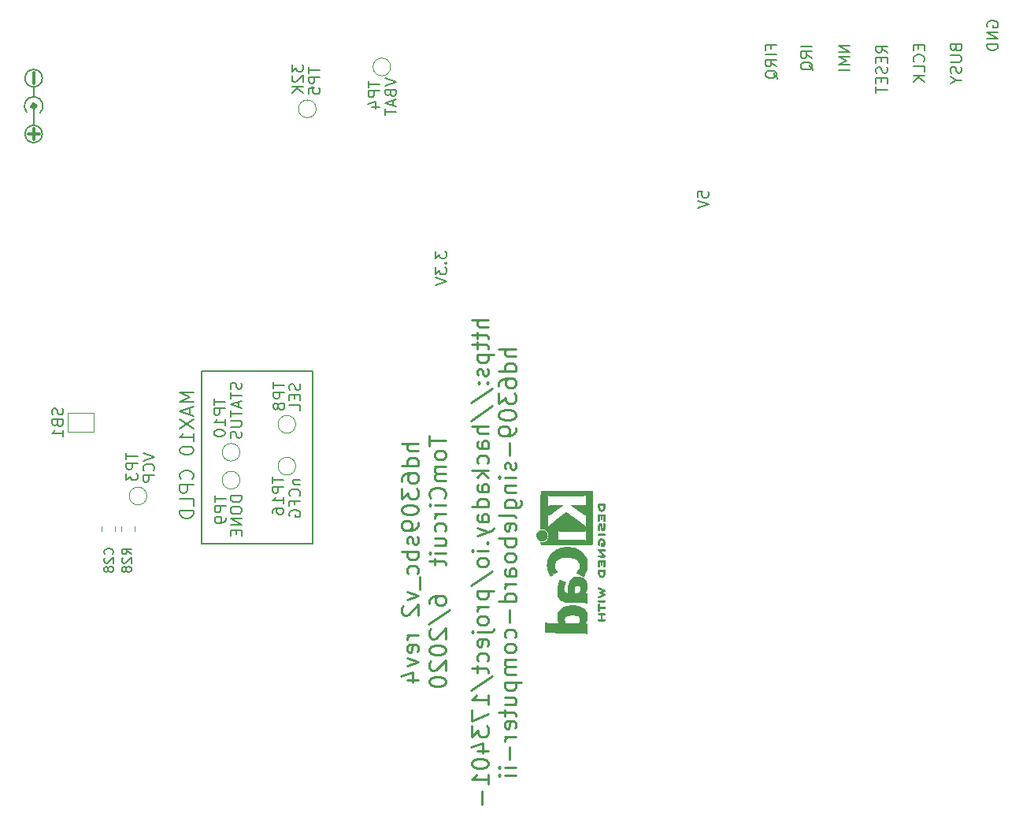
<source format=gbr>
%TF.GenerationSoftware,KiCad,Pcbnew,(5.1.6)-1*%
%TF.CreationDate,2020-07-06T11:54:37-04:00*%
%TF.ProjectId,hd6309sbc_v2,68643633-3039-4736-9263-5f76322e6b69,rev?*%
%TF.SameCoordinates,Original*%
%TF.FileFunction,Legend,Bot*%
%TF.FilePolarity,Positive*%
%FSLAX46Y46*%
G04 Gerber Fmt 4.6, Leading zero omitted, Abs format (unit mm)*
G04 Created by KiCad (PCBNEW (5.1.6)-1) date 2020-07-06 11:54:37*
%MOMM*%
%LPD*%
G01*
G04 APERTURE LIST*
%ADD10C,0.200000*%
%ADD11C,0.150000*%
%ADD12C,0.250000*%
%ADD13C,0.300000*%
%ADD14C,0.120000*%
%ADD15C,0.500000*%
%ADD16C,0.010000*%
G04 APERTURE END LIST*
D10*
X69178571Y-96785714D02*
X67678571Y-96785714D01*
X68750000Y-97285714D01*
X67678571Y-97785714D01*
X69178571Y-97785714D01*
X68750000Y-98428571D02*
X68750000Y-99142857D01*
X69178571Y-98285714D02*
X67678571Y-98785714D01*
X69178571Y-99285714D01*
X67678571Y-99642857D02*
X69178571Y-100642857D01*
X67678571Y-100642857D02*
X69178571Y-99642857D01*
X69178571Y-102000000D02*
X69178571Y-101142857D01*
X69178571Y-101571428D02*
X67678571Y-101571428D01*
X67892857Y-101428571D01*
X68035714Y-101285714D01*
X68107142Y-101142857D01*
X67678571Y-102928571D02*
X67678571Y-103071428D01*
X67750000Y-103214285D01*
X67821428Y-103285714D01*
X67964285Y-103357142D01*
X68250000Y-103428571D01*
X68607142Y-103428571D01*
X68892857Y-103357142D01*
X69035714Y-103285714D01*
X69107142Y-103214285D01*
X69178571Y-103071428D01*
X69178571Y-102928571D01*
X69107142Y-102785714D01*
X69035714Y-102714285D01*
X68892857Y-102642857D01*
X68607142Y-102571428D01*
X68250000Y-102571428D01*
X67964285Y-102642857D01*
X67821428Y-102714285D01*
X67750000Y-102785714D01*
X67678571Y-102928571D01*
X69035714Y-106071428D02*
X69107142Y-106000000D01*
X69178571Y-105785714D01*
X69178571Y-105642857D01*
X69107142Y-105428571D01*
X68964285Y-105285714D01*
X68821428Y-105214285D01*
X68535714Y-105142857D01*
X68321428Y-105142857D01*
X68035714Y-105214285D01*
X67892857Y-105285714D01*
X67750000Y-105428571D01*
X67678571Y-105642857D01*
X67678571Y-105785714D01*
X67750000Y-106000000D01*
X67821428Y-106071428D01*
X69178571Y-106714285D02*
X67678571Y-106714285D01*
X67678571Y-107285714D01*
X67750000Y-107428571D01*
X67821428Y-107500000D01*
X67964285Y-107571428D01*
X68178571Y-107571428D01*
X68321428Y-107500000D01*
X68392857Y-107428571D01*
X68464285Y-107285714D01*
X68464285Y-106714285D01*
X69178571Y-108928571D02*
X69178571Y-108214285D01*
X67678571Y-108214285D01*
X69178571Y-109428571D02*
X67678571Y-109428571D01*
X67678571Y-109785714D01*
X67750000Y-110000000D01*
X67892857Y-110142857D01*
X68035714Y-110214285D01*
X68321428Y-110285714D01*
X68535714Y-110285714D01*
X68821428Y-110214285D01*
X68964285Y-110142857D01*
X69107142Y-110000000D01*
X69178571Y-109785714D01*
X69178571Y-109428571D01*
D11*
X70000000Y-94500000D02*
X82000000Y-94500000D01*
X70000000Y-113000000D02*
X70000000Y-94500000D01*
X82000000Y-113000000D02*
X70000000Y-113000000D01*
X82000000Y-94500000D02*
X82000000Y-113000000D01*
D12*
X100839285Y-88985714D02*
X99039285Y-88985714D01*
X100839285Y-89757142D02*
X99896428Y-89757142D01*
X99725000Y-89671428D01*
X99639285Y-89500000D01*
X99639285Y-89242857D01*
X99725000Y-89071428D01*
X99810714Y-88985714D01*
X99639285Y-90357142D02*
X99639285Y-91042857D01*
X99039285Y-90614285D02*
X100582142Y-90614285D01*
X100753571Y-90700000D01*
X100839285Y-90871428D01*
X100839285Y-91042857D01*
X99639285Y-91385714D02*
X99639285Y-92071428D01*
X99039285Y-91642857D02*
X100582142Y-91642857D01*
X100753571Y-91728571D01*
X100839285Y-91899999D01*
X100839285Y-92071428D01*
X99639285Y-92671428D02*
X101439285Y-92671428D01*
X99725000Y-92671428D02*
X99639285Y-92842857D01*
X99639285Y-93185714D01*
X99725000Y-93357142D01*
X99810714Y-93442857D01*
X99982142Y-93528571D01*
X100496428Y-93528571D01*
X100667857Y-93442857D01*
X100753571Y-93357142D01*
X100839285Y-93185714D01*
X100839285Y-92842857D01*
X100753571Y-92671428D01*
X100753571Y-94214285D02*
X100839285Y-94385714D01*
X100839285Y-94728571D01*
X100753571Y-94899999D01*
X100582142Y-94985714D01*
X100496428Y-94985714D01*
X100325000Y-94899999D01*
X100239285Y-94728571D01*
X100239285Y-94471428D01*
X100153571Y-94299999D01*
X99982142Y-94214285D01*
X99896428Y-94214285D01*
X99725000Y-94299999D01*
X99639285Y-94471428D01*
X99639285Y-94728571D01*
X99725000Y-94899999D01*
X100667857Y-95757142D02*
X100753571Y-95842857D01*
X100839285Y-95757142D01*
X100753571Y-95671428D01*
X100667857Y-95757142D01*
X100839285Y-95757142D01*
X99725000Y-95757142D02*
X99810714Y-95842857D01*
X99896428Y-95757142D01*
X99810714Y-95671428D01*
X99725000Y-95757142D01*
X99896428Y-95757142D01*
X98953571Y-97899999D02*
X101267857Y-96357142D01*
X98953571Y-99785714D02*
X101267857Y-98242857D01*
X100839285Y-100385714D02*
X99039285Y-100385714D01*
X100839285Y-101157142D02*
X99896428Y-101157142D01*
X99725000Y-101071428D01*
X99639285Y-100899999D01*
X99639285Y-100642857D01*
X99725000Y-100471428D01*
X99810714Y-100385714D01*
X100839285Y-102785714D02*
X99896428Y-102785714D01*
X99725000Y-102699999D01*
X99639285Y-102528571D01*
X99639285Y-102185714D01*
X99725000Y-102014285D01*
X100753571Y-102785714D02*
X100839285Y-102614285D01*
X100839285Y-102185714D01*
X100753571Y-102014285D01*
X100582142Y-101928571D01*
X100410714Y-101928571D01*
X100239285Y-102014285D01*
X100153571Y-102185714D01*
X100153571Y-102614285D01*
X100067857Y-102785714D01*
X100753571Y-104414285D02*
X100839285Y-104242857D01*
X100839285Y-103899999D01*
X100753571Y-103728571D01*
X100667857Y-103642857D01*
X100496428Y-103557142D01*
X99982142Y-103557142D01*
X99810714Y-103642857D01*
X99725000Y-103728571D01*
X99639285Y-103899999D01*
X99639285Y-104242857D01*
X99725000Y-104414285D01*
X100839285Y-105185714D02*
X99039285Y-105185714D01*
X100153571Y-105357142D02*
X100839285Y-105871428D01*
X99639285Y-105871428D02*
X100325000Y-105185714D01*
X100839285Y-107414285D02*
X99896428Y-107414285D01*
X99725000Y-107328571D01*
X99639285Y-107157142D01*
X99639285Y-106814285D01*
X99725000Y-106642857D01*
X100753571Y-107414285D02*
X100839285Y-107242857D01*
X100839285Y-106814285D01*
X100753571Y-106642857D01*
X100582142Y-106557142D01*
X100410714Y-106557142D01*
X100239285Y-106642857D01*
X100153571Y-106814285D01*
X100153571Y-107242857D01*
X100067857Y-107414285D01*
X100839285Y-109042857D02*
X99039285Y-109042857D01*
X100753571Y-109042857D02*
X100839285Y-108871428D01*
X100839285Y-108528571D01*
X100753571Y-108357142D01*
X100667857Y-108271428D01*
X100496428Y-108185714D01*
X99982142Y-108185714D01*
X99810714Y-108271428D01*
X99725000Y-108357142D01*
X99639285Y-108528571D01*
X99639285Y-108871428D01*
X99725000Y-109042857D01*
X100839285Y-110671428D02*
X99896428Y-110671428D01*
X99725000Y-110585714D01*
X99639285Y-110414285D01*
X99639285Y-110071428D01*
X99725000Y-109899999D01*
X100753571Y-110671428D02*
X100839285Y-110499999D01*
X100839285Y-110071428D01*
X100753571Y-109899999D01*
X100582142Y-109814285D01*
X100410714Y-109814285D01*
X100239285Y-109899999D01*
X100153571Y-110071428D01*
X100153571Y-110499999D01*
X100067857Y-110671428D01*
X99639285Y-111357142D02*
X100839285Y-111785714D01*
X99639285Y-112214285D02*
X100839285Y-111785714D01*
X101267857Y-111614285D01*
X101353571Y-111528571D01*
X101439285Y-111357142D01*
X100667857Y-112899999D02*
X100753571Y-112985714D01*
X100839285Y-112899999D01*
X100753571Y-112814285D01*
X100667857Y-112899999D01*
X100839285Y-112899999D01*
X100839285Y-113757142D02*
X99639285Y-113757142D01*
X99039285Y-113757142D02*
X99125000Y-113671428D01*
X99210714Y-113757142D01*
X99125000Y-113842857D01*
X99039285Y-113757142D01*
X99210714Y-113757142D01*
X100839285Y-114871428D02*
X100753571Y-114699999D01*
X100667857Y-114614285D01*
X100496428Y-114528571D01*
X99982142Y-114528571D01*
X99810714Y-114614285D01*
X99725000Y-114699999D01*
X99639285Y-114871428D01*
X99639285Y-115128571D01*
X99725000Y-115299999D01*
X99810714Y-115385714D01*
X99982142Y-115471428D01*
X100496428Y-115471428D01*
X100667857Y-115385714D01*
X100753571Y-115299999D01*
X100839285Y-115128571D01*
X100839285Y-114871428D01*
X98953571Y-117528571D02*
X101267857Y-115985714D01*
X99639285Y-118128571D02*
X101439285Y-118128571D01*
X99725000Y-118128571D02*
X99639285Y-118299999D01*
X99639285Y-118642857D01*
X99725000Y-118814285D01*
X99810714Y-118899999D01*
X99982142Y-118985714D01*
X100496428Y-118985714D01*
X100667857Y-118899999D01*
X100753571Y-118814285D01*
X100839285Y-118642857D01*
X100839285Y-118299999D01*
X100753571Y-118128571D01*
X100839285Y-119757142D02*
X99639285Y-119757142D01*
X99982142Y-119757142D02*
X99810714Y-119842857D01*
X99725000Y-119928571D01*
X99639285Y-120099999D01*
X99639285Y-120271428D01*
X100839285Y-121128571D02*
X100753571Y-120957142D01*
X100667857Y-120871428D01*
X100496428Y-120785714D01*
X99982142Y-120785714D01*
X99810714Y-120871428D01*
X99725000Y-120957142D01*
X99639285Y-121128571D01*
X99639285Y-121385714D01*
X99725000Y-121557142D01*
X99810714Y-121642857D01*
X99982142Y-121728571D01*
X100496428Y-121728571D01*
X100667857Y-121642857D01*
X100753571Y-121557142D01*
X100839285Y-121385714D01*
X100839285Y-121128571D01*
X99639285Y-122499999D02*
X101182142Y-122499999D01*
X101353571Y-122414285D01*
X101439285Y-122242857D01*
X101439285Y-122157142D01*
X99039285Y-122499999D02*
X99125000Y-122414285D01*
X99210714Y-122499999D01*
X99125000Y-122585714D01*
X99039285Y-122499999D01*
X99210714Y-122499999D01*
X100753571Y-124042857D02*
X100839285Y-123871428D01*
X100839285Y-123528571D01*
X100753571Y-123357142D01*
X100582142Y-123271428D01*
X99896428Y-123271428D01*
X99725000Y-123357142D01*
X99639285Y-123528571D01*
X99639285Y-123871428D01*
X99725000Y-124042857D01*
X99896428Y-124128571D01*
X100067857Y-124128571D01*
X100239285Y-123271428D01*
X100753571Y-125671428D02*
X100839285Y-125499999D01*
X100839285Y-125157142D01*
X100753571Y-124985714D01*
X100667857Y-124899999D01*
X100496428Y-124814285D01*
X99982142Y-124814285D01*
X99810714Y-124899999D01*
X99725000Y-124985714D01*
X99639285Y-125157142D01*
X99639285Y-125499999D01*
X99725000Y-125671428D01*
X99639285Y-126185714D02*
X99639285Y-126871428D01*
X99039285Y-126442857D02*
X100582142Y-126442857D01*
X100753571Y-126528571D01*
X100839285Y-126699999D01*
X100839285Y-126871428D01*
X98953571Y-128757142D02*
X101267857Y-127214285D01*
X100839285Y-130299999D02*
X100839285Y-129271428D01*
X100839285Y-129785714D02*
X99039285Y-129785714D01*
X99296428Y-129614285D01*
X99467857Y-129442857D01*
X99553571Y-129271428D01*
X99039285Y-130899999D02*
X99039285Y-132099999D01*
X100839285Y-131328571D01*
X99039285Y-132614285D02*
X99039285Y-133728571D01*
X99725000Y-133128571D01*
X99725000Y-133385714D01*
X99810714Y-133557142D01*
X99896428Y-133642857D01*
X100067857Y-133728571D01*
X100496428Y-133728571D01*
X100667857Y-133642857D01*
X100753571Y-133557142D01*
X100839285Y-133385714D01*
X100839285Y-132871428D01*
X100753571Y-132699999D01*
X100667857Y-132614285D01*
X99639285Y-135271428D02*
X100839285Y-135271428D01*
X98953571Y-134842857D02*
X100239285Y-134414285D01*
X100239285Y-135528571D01*
X99039285Y-136557142D02*
X99039285Y-136728571D01*
X99125000Y-136899999D01*
X99210714Y-136985714D01*
X99382142Y-137071428D01*
X99725000Y-137157142D01*
X100153571Y-137157142D01*
X100496428Y-137071428D01*
X100667857Y-136985714D01*
X100753571Y-136899999D01*
X100839285Y-136728571D01*
X100839285Y-136557142D01*
X100753571Y-136385714D01*
X100667857Y-136299999D01*
X100496428Y-136214285D01*
X100153571Y-136128571D01*
X99725000Y-136128571D01*
X99382142Y-136214285D01*
X99210714Y-136299999D01*
X99125000Y-136385714D01*
X99039285Y-136557142D01*
X100839285Y-138871428D02*
X100839285Y-137842857D01*
X100839285Y-138357142D02*
X99039285Y-138357142D01*
X99296428Y-138185714D01*
X99467857Y-138014285D01*
X99553571Y-137842857D01*
X100153571Y-139642857D02*
X100153571Y-141014285D01*
X103789285Y-92071428D02*
X101989285Y-92071428D01*
X103789285Y-92842857D02*
X102846428Y-92842857D01*
X102675000Y-92757142D01*
X102589285Y-92585714D01*
X102589285Y-92328571D01*
X102675000Y-92157142D01*
X102760714Y-92071428D01*
X103789285Y-94471428D02*
X101989285Y-94471428D01*
X103703571Y-94471428D02*
X103789285Y-94300000D01*
X103789285Y-93957142D01*
X103703571Y-93785714D01*
X103617857Y-93700000D01*
X103446428Y-93614285D01*
X102932142Y-93614285D01*
X102760714Y-93700000D01*
X102675000Y-93785714D01*
X102589285Y-93957142D01*
X102589285Y-94300000D01*
X102675000Y-94471428D01*
X101989285Y-96100000D02*
X101989285Y-95757142D01*
X102075000Y-95585714D01*
X102160714Y-95500000D01*
X102417857Y-95328571D01*
X102760714Y-95242857D01*
X103446428Y-95242857D01*
X103617857Y-95328571D01*
X103703571Y-95414285D01*
X103789285Y-95585714D01*
X103789285Y-95928571D01*
X103703571Y-96100000D01*
X103617857Y-96185714D01*
X103446428Y-96271428D01*
X103017857Y-96271428D01*
X102846428Y-96185714D01*
X102760714Y-96100000D01*
X102675000Y-95928571D01*
X102675000Y-95585714D01*
X102760714Y-95414285D01*
X102846428Y-95328571D01*
X103017857Y-95242857D01*
X101989285Y-96871428D02*
X101989285Y-97985714D01*
X102675000Y-97385714D01*
X102675000Y-97642857D01*
X102760714Y-97814285D01*
X102846428Y-97900000D01*
X103017857Y-97985714D01*
X103446428Y-97985714D01*
X103617857Y-97900000D01*
X103703571Y-97814285D01*
X103789285Y-97642857D01*
X103789285Y-97128571D01*
X103703571Y-96957142D01*
X103617857Y-96871428D01*
X101989285Y-99100000D02*
X101989285Y-99271428D01*
X102075000Y-99442857D01*
X102160714Y-99528571D01*
X102332142Y-99614285D01*
X102675000Y-99700000D01*
X103103571Y-99700000D01*
X103446428Y-99614285D01*
X103617857Y-99528571D01*
X103703571Y-99442857D01*
X103789285Y-99271428D01*
X103789285Y-99100000D01*
X103703571Y-98928571D01*
X103617857Y-98842857D01*
X103446428Y-98757142D01*
X103103571Y-98671428D01*
X102675000Y-98671428D01*
X102332142Y-98757142D01*
X102160714Y-98842857D01*
X102075000Y-98928571D01*
X101989285Y-99100000D01*
X103789285Y-100557142D02*
X103789285Y-100900000D01*
X103703571Y-101071428D01*
X103617857Y-101157142D01*
X103360714Y-101328571D01*
X103017857Y-101414285D01*
X102332142Y-101414285D01*
X102160714Y-101328571D01*
X102075000Y-101242857D01*
X101989285Y-101071428D01*
X101989285Y-100728571D01*
X102075000Y-100557142D01*
X102160714Y-100471428D01*
X102332142Y-100385714D01*
X102760714Y-100385714D01*
X102932142Y-100471428D01*
X103017857Y-100557142D01*
X103103571Y-100728571D01*
X103103571Y-101071428D01*
X103017857Y-101242857D01*
X102932142Y-101328571D01*
X102760714Y-101414285D01*
X103103571Y-102185714D02*
X103103571Y-103557142D01*
X103703571Y-104328571D02*
X103789285Y-104500000D01*
X103789285Y-104842857D01*
X103703571Y-105014285D01*
X103532142Y-105100000D01*
X103446428Y-105100000D01*
X103275000Y-105014285D01*
X103189285Y-104842857D01*
X103189285Y-104585714D01*
X103103571Y-104414285D01*
X102932142Y-104328571D01*
X102846428Y-104328571D01*
X102675000Y-104414285D01*
X102589285Y-104585714D01*
X102589285Y-104842857D01*
X102675000Y-105014285D01*
X103789285Y-105871428D02*
X102589285Y-105871428D01*
X101989285Y-105871428D02*
X102075000Y-105785714D01*
X102160714Y-105871428D01*
X102075000Y-105957142D01*
X101989285Y-105871428D01*
X102160714Y-105871428D01*
X102589285Y-106728571D02*
X103789285Y-106728571D01*
X102760714Y-106728571D02*
X102675000Y-106814285D01*
X102589285Y-106985714D01*
X102589285Y-107242857D01*
X102675000Y-107414285D01*
X102846428Y-107500000D01*
X103789285Y-107500000D01*
X102589285Y-109128571D02*
X104046428Y-109128571D01*
X104217857Y-109042857D01*
X104303571Y-108957142D01*
X104389285Y-108785714D01*
X104389285Y-108528571D01*
X104303571Y-108357142D01*
X103703571Y-109128571D02*
X103789285Y-108957142D01*
X103789285Y-108614285D01*
X103703571Y-108442857D01*
X103617857Y-108357142D01*
X103446428Y-108271428D01*
X102932142Y-108271428D01*
X102760714Y-108357142D01*
X102675000Y-108442857D01*
X102589285Y-108614285D01*
X102589285Y-108957142D01*
X102675000Y-109128571D01*
X103789285Y-110242857D02*
X103703571Y-110071428D01*
X103532142Y-109985714D01*
X101989285Y-109985714D01*
X103703571Y-111614285D02*
X103789285Y-111442857D01*
X103789285Y-111100000D01*
X103703571Y-110928571D01*
X103532142Y-110842857D01*
X102846428Y-110842857D01*
X102675000Y-110928571D01*
X102589285Y-111100000D01*
X102589285Y-111442857D01*
X102675000Y-111614285D01*
X102846428Y-111700000D01*
X103017857Y-111700000D01*
X103189285Y-110842857D01*
X103789285Y-112471428D02*
X101989285Y-112471428D01*
X102675000Y-112471428D02*
X102589285Y-112642857D01*
X102589285Y-112985714D01*
X102675000Y-113157142D01*
X102760714Y-113242857D01*
X102932142Y-113328571D01*
X103446428Y-113328571D01*
X103617857Y-113242857D01*
X103703571Y-113157142D01*
X103789285Y-112985714D01*
X103789285Y-112642857D01*
X103703571Y-112471428D01*
X103789285Y-114357142D02*
X103703571Y-114185714D01*
X103617857Y-114100000D01*
X103446428Y-114014285D01*
X102932142Y-114014285D01*
X102760714Y-114100000D01*
X102675000Y-114185714D01*
X102589285Y-114357142D01*
X102589285Y-114614285D01*
X102675000Y-114785714D01*
X102760714Y-114871428D01*
X102932142Y-114957142D01*
X103446428Y-114957142D01*
X103617857Y-114871428D01*
X103703571Y-114785714D01*
X103789285Y-114614285D01*
X103789285Y-114357142D01*
X103789285Y-116500000D02*
X102846428Y-116500000D01*
X102675000Y-116414285D01*
X102589285Y-116242857D01*
X102589285Y-115900000D01*
X102675000Y-115728571D01*
X103703571Y-116500000D02*
X103789285Y-116328571D01*
X103789285Y-115900000D01*
X103703571Y-115728571D01*
X103532142Y-115642857D01*
X103360714Y-115642857D01*
X103189285Y-115728571D01*
X103103571Y-115900000D01*
X103103571Y-116328571D01*
X103017857Y-116500000D01*
X103789285Y-117357142D02*
X102589285Y-117357142D01*
X102932142Y-117357142D02*
X102760714Y-117442857D01*
X102675000Y-117528571D01*
X102589285Y-117700000D01*
X102589285Y-117871428D01*
X103789285Y-119242857D02*
X101989285Y-119242857D01*
X103703571Y-119242857D02*
X103789285Y-119071428D01*
X103789285Y-118728571D01*
X103703571Y-118557142D01*
X103617857Y-118471428D01*
X103446428Y-118385714D01*
X102932142Y-118385714D01*
X102760714Y-118471428D01*
X102675000Y-118557142D01*
X102589285Y-118728571D01*
X102589285Y-119071428D01*
X102675000Y-119242857D01*
X103103571Y-120100000D02*
X103103571Y-121471428D01*
X103703571Y-123100000D02*
X103789285Y-122928571D01*
X103789285Y-122585714D01*
X103703571Y-122414285D01*
X103617857Y-122328571D01*
X103446428Y-122242857D01*
X102932142Y-122242857D01*
X102760714Y-122328571D01*
X102675000Y-122414285D01*
X102589285Y-122585714D01*
X102589285Y-122928571D01*
X102675000Y-123100000D01*
X103789285Y-124128571D02*
X103703571Y-123957142D01*
X103617857Y-123871428D01*
X103446428Y-123785714D01*
X102932142Y-123785714D01*
X102760714Y-123871428D01*
X102675000Y-123957142D01*
X102589285Y-124128571D01*
X102589285Y-124385714D01*
X102675000Y-124557142D01*
X102760714Y-124642857D01*
X102932142Y-124728571D01*
X103446428Y-124728571D01*
X103617857Y-124642857D01*
X103703571Y-124557142D01*
X103789285Y-124385714D01*
X103789285Y-124128571D01*
X103789285Y-125500000D02*
X102589285Y-125500000D01*
X102760714Y-125500000D02*
X102675000Y-125585714D01*
X102589285Y-125757142D01*
X102589285Y-126014285D01*
X102675000Y-126185714D01*
X102846428Y-126271428D01*
X103789285Y-126271428D01*
X102846428Y-126271428D02*
X102675000Y-126357142D01*
X102589285Y-126528571D01*
X102589285Y-126785714D01*
X102675000Y-126957142D01*
X102846428Y-127042857D01*
X103789285Y-127042857D01*
X102589285Y-127900000D02*
X104389285Y-127900000D01*
X102675000Y-127900000D02*
X102589285Y-128071428D01*
X102589285Y-128414285D01*
X102675000Y-128585714D01*
X102760714Y-128671428D01*
X102932142Y-128757142D01*
X103446428Y-128757142D01*
X103617857Y-128671428D01*
X103703571Y-128585714D01*
X103789285Y-128414285D01*
X103789285Y-128071428D01*
X103703571Y-127900000D01*
X102589285Y-130300000D02*
X103789285Y-130300000D01*
X102589285Y-129528571D02*
X103532142Y-129528571D01*
X103703571Y-129614285D01*
X103789285Y-129785714D01*
X103789285Y-130042857D01*
X103703571Y-130214285D01*
X103617857Y-130300000D01*
X102589285Y-130900000D02*
X102589285Y-131585714D01*
X101989285Y-131157142D02*
X103532142Y-131157142D01*
X103703571Y-131242857D01*
X103789285Y-131414285D01*
X103789285Y-131585714D01*
X103703571Y-132871428D02*
X103789285Y-132700000D01*
X103789285Y-132357142D01*
X103703571Y-132185714D01*
X103532142Y-132100000D01*
X102846428Y-132100000D01*
X102675000Y-132185714D01*
X102589285Y-132357142D01*
X102589285Y-132700000D01*
X102675000Y-132871428D01*
X102846428Y-132957142D01*
X103017857Y-132957142D01*
X103189285Y-132100000D01*
X103789285Y-133728571D02*
X102589285Y-133728571D01*
X102932142Y-133728571D02*
X102760714Y-133814285D01*
X102675000Y-133900000D01*
X102589285Y-134071428D01*
X102589285Y-134242857D01*
X103103571Y-134842857D02*
X103103571Y-136214285D01*
X103789285Y-137071428D02*
X102589285Y-137071428D01*
X101989285Y-137071428D02*
X102075000Y-136985714D01*
X102160714Y-137071428D01*
X102075000Y-137157142D01*
X101989285Y-137071428D01*
X102160714Y-137071428D01*
X103789285Y-137928571D02*
X102589285Y-137928571D01*
X101989285Y-137928571D02*
X102075000Y-137842857D01*
X102160714Y-137928571D01*
X102075000Y-138014285D01*
X101989285Y-137928571D01*
X102160714Y-137928571D01*
D13*
X52007142Y-62428571D02*
X52007142Y-63571428D01*
X52007142Y-68428571D02*
X52007142Y-69571428D01*
X52578571Y-69000000D02*
X51435714Y-69000000D01*
D12*
X93339285Y-102271428D02*
X91539285Y-102271428D01*
X93339285Y-103042857D02*
X92396428Y-103042857D01*
X92225000Y-102957142D01*
X92139285Y-102785714D01*
X92139285Y-102528571D01*
X92225000Y-102357142D01*
X92310714Y-102271428D01*
X93339285Y-104671428D02*
X91539285Y-104671428D01*
X93253571Y-104671428D02*
X93339285Y-104500000D01*
X93339285Y-104157142D01*
X93253571Y-103985714D01*
X93167857Y-103900000D01*
X92996428Y-103814285D01*
X92482142Y-103814285D01*
X92310714Y-103900000D01*
X92225000Y-103985714D01*
X92139285Y-104157142D01*
X92139285Y-104500000D01*
X92225000Y-104671428D01*
X91539285Y-106300000D02*
X91539285Y-105957142D01*
X91625000Y-105785714D01*
X91710714Y-105700000D01*
X91967857Y-105528571D01*
X92310714Y-105442857D01*
X92996428Y-105442857D01*
X93167857Y-105528571D01*
X93253571Y-105614285D01*
X93339285Y-105785714D01*
X93339285Y-106128571D01*
X93253571Y-106300000D01*
X93167857Y-106385714D01*
X92996428Y-106471428D01*
X92567857Y-106471428D01*
X92396428Y-106385714D01*
X92310714Y-106300000D01*
X92225000Y-106128571D01*
X92225000Y-105785714D01*
X92310714Y-105614285D01*
X92396428Y-105528571D01*
X92567857Y-105442857D01*
X91539285Y-107071428D02*
X91539285Y-108185714D01*
X92225000Y-107585714D01*
X92225000Y-107842857D01*
X92310714Y-108014285D01*
X92396428Y-108100000D01*
X92567857Y-108185714D01*
X92996428Y-108185714D01*
X93167857Y-108100000D01*
X93253571Y-108014285D01*
X93339285Y-107842857D01*
X93339285Y-107328571D01*
X93253571Y-107157142D01*
X93167857Y-107071428D01*
X91539285Y-109300000D02*
X91539285Y-109471428D01*
X91625000Y-109642857D01*
X91710714Y-109728571D01*
X91882142Y-109814285D01*
X92225000Y-109900000D01*
X92653571Y-109900000D01*
X92996428Y-109814285D01*
X93167857Y-109728571D01*
X93253571Y-109642857D01*
X93339285Y-109471428D01*
X93339285Y-109300000D01*
X93253571Y-109128571D01*
X93167857Y-109042857D01*
X92996428Y-108957142D01*
X92653571Y-108871428D01*
X92225000Y-108871428D01*
X91882142Y-108957142D01*
X91710714Y-109042857D01*
X91625000Y-109128571D01*
X91539285Y-109300000D01*
X93339285Y-110757142D02*
X93339285Y-111100000D01*
X93253571Y-111271428D01*
X93167857Y-111357142D01*
X92910714Y-111528571D01*
X92567857Y-111614285D01*
X91882142Y-111614285D01*
X91710714Y-111528571D01*
X91625000Y-111442857D01*
X91539285Y-111271428D01*
X91539285Y-110928571D01*
X91625000Y-110757142D01*
X91710714Y-110671428D01*
X91882142Y-110585714D01*
X92310714Y-110585714D01*
X92482142Y-110671428D01*
X92567857Y-110757142D01*
X92653571Y-110928571D01*
X92653571Y-111271428D01*
X92567857Y-111442857D01*
X92482142Y-111528571D01*
X92310714Y-111614285D01*
X93253571Y-112300000D02*
X93339285Y-112471428D01*
X93339285Y-112814285D01*
X93253571Y-112985714D01*
X93082142Y-113071428D01*
X92996428Y-113071428D01*
X92825000Y-112985714D01*
X92739285Y-112814285D01*
X92739285Y-112557142D01*
X92653571Y-112385714D01*
X92482142Y-112300000D01*
X92396428Y-112300000D01*
X92225000Y-112385714D01*
X92139285Y-112557142D01*
X92139285Y-112814285D01*
X92225000Y-112985714D01*
X93339285Y-113842857D02*
X91539285Y-113842857D01*
X92225000Y-113842857D02*
X92139285Y-114014285D01*
X92139285Y-114357142D01*
X92225000Y-114528571D01*
X92310714Y-114614285D01*
X92482142Y-114700000D01*
X92996428Y-114700000D01*
X93167857Y-114614285D01*
X93253571Y-114528571D01*
X93339285Y-114357142D01*
X93339285Y-114014285D01*
X93253571Y-113842857D01*
X93253571Y-116242857D02*
X93339285Y-116071428D01*
X93339285Y-115728571D01*
X93253571Y-115557142D01*
X93167857Y-115471428D01*
X92996428Y-115385714D01*
X92482142Y-115385714D01*
X92310714Y-115471428D01*
X92225000Y-115557142D01*
X92139285Y-115728571D01*
X92139285Y-116071428D01*
X92225000Y-116242857D01*
X93510714Y-116585714D02*
X93510714Y-117957142D01*
X92139285Y-118214285D02*
X93339285Y-118642857D01*
X92139285Y-119071428D01*
X91710714Y-119671428D02*
X91625000Y-119757142D01*
X91539285Y-119928571D01*
X91539285Y-120357142D01*
X91625000Y-120528571D01*
X91710714Y-120614285D01*
X91882142Y-120700000D01*
X92053571Y-120700000D01*
X92310714Y-120614285D01*
X93339285Y-119585714D01*
X93339285Y-120700000D01*
X93339285Y-122842857D02*
X92139285Y-122842857D01*
X92482142Y-122842857D02*
X92310714Y-122928571D01*
X92225000Y-123014285D01*
X92139285Y-123185714D01*
X92139285Y-123357142D01*
X93253571Y-124642857D02*
X93339285Y-124471428D01*
X93339285Y-124128571D01*
X93253571Y-123957142D01*
X93082142Y-123871428D01*
X92396428Y-123871428D01*
X92225000Y-123957142D01*
X92139285Y-124128571D01*
X92139285Y-124471428D01*
X92225000Y-124642857D01*
X92396428Y-124728571D01*
X92567857Y-124728571D01*
X92739285Y-123871428D01*
X92139285Y-125328571D02*
X93339285Y-125757142D01*
X92139285Y-126185714D01*
X92139285Y-127642857D02*
X93339285Y-127642857D01*
X91453571Y-127214285D02*
X92739285Y-126785714D01*
X92739285Y-127900000D01*
X94489285Y-101457142D02*
X94489285Y-102485714D01*
X96289285Y-101971428D02*
X94489285Y-101971428D01*
X96289285Y-103342857D02*
X96203571Y-103171428D01*
X96117857Y-103085714D01*
X95946428Y-103000000D01*
X95432142Y-103000000D01*
X95260714Y-103085714D01*
X95175000Y-103171428D01*
X95089285Y-103342857D01*
X95089285Y-103600000D01*
X95175000Y-103771428D01*
X95260714Y-103857142D01*
X95432142Y-103942857D01*
X95946428Y-103942857D01*
X96117857Y-103857142D01*
X96203571Y-103771428D01*
X96289285Y-103600000D01*
X96289285Y-103342857D01*
X96289285Y-104714285D02*
X95089285Y-104714285D01*
X95260714Y-104714285D02*
X95175000Y-104800000D01*
X95089285Y-104971428D01*
X95089285Y-105228571D01*
X95175000Y-105400000D01*
X95346428Y-105485714D01*
X96289285Y-105485714D01*
X95346428Y-105485714D02*
X95175000Y-105571428D01*
X95089285Y-105742857D01*
X95089285Y-106000000D01*
X95175000Y-106171428D01*
X95346428Y-106257142D01*
X96289285Y-106257142D01*
X96117857Y-108142857D02*
X96203571Y-108057142D01*
X96289285Y-107800000D01*
X96289285Y-107628571D01*
X96203571Y-107371428D01*
X96032142Y-107200000D01*
X95860714Y-107114285D01*
X95517857Y-107028571D01*
X95260714Y-107028571D01*
X94917857Y-107114285D01*
X94746428Y-107200000D01*
X94575000Y-107371428D01*
X94489285Y-107628571D01*
X94489285Y-107800000D01*
X94575000Y-108057142D01*
X94660714Y-108142857D01*
X96289285Y-108914285D02*
X95089285Y-108914285D01*
X94489285Y-108914285D02*
X94575000Y-108828571D01*
X94660714Y-108914285D01*
X94575000Y-109000000D01*
X94489285Y-108914285D01*
X94660714Y-108914285D01*
X96289285Y-109771428D02*
X95089285Y-109771428D01*
X95432142Y-109771428D02*
X95260714Y-109857142D01*
X95175000Y-109942857D01*
X95089285Y-110114285D01*
X95089285Y-110285714D01*
X96203571Y-111657142D02*
X96289285Y-111485714D01*
X96289285Y-111142857D01*
X96203571Y-110971428D01*
X96117857Y-110885714D01*
X95946428Y-110800000D01*
X95432142Y-110800000D01*
X95260714Y-110885714D01*
X95175000Y-110971428D01*
X95089285Y-111142857D01*
X95089285Y-111485714D01*
X95175000Y-111657142D01*
X95089285Y-113200000D02*
X96289285Y-113200000D01*
X95089285Y-112428571D02*
X96032142Y-112428571D01*
X96203571Y-112514285D01*
X96289285Y-112685714D01*
X96289285Y-112942857D01*
X96203571Y-113114285D01*
X96117857Y-113200000D01*
X96289285Y-114057142D02*
X95089285Y-114057142D01*
X94489285Y-114057142D02*
X94575000Y-113971428D01*
X94660714Y-114057142D01*
X94575000Y-114142857D01*
X94489285Y-114057142D01*
X94660714Y-114057142D01*
X95089285Y-114657142D02*
X95089285Y-115342857D01*
X94489285Y-114914285D02*
X96032142Y-114914285D01*
X96203571Y-115000000D01*
X96289285Y-115171428D01*
X96289285Y-115342857D01*
X94489285Y-119457142D02*
X94489285Y-119114285D01*
X94575000Y-118942857D01*
X94660714Y-118857142D01*
X94917857Y-118685714D01*
X95260714Y-118600000D01*
X95946428Y-118600000D01*
X96117857Y-118685714D01*
X96203571Y-118771428D01*
X96289285Y-118942857D01*
X96289285Y-119285714D01*
X96203571Y-119457142D01*
X96117857Y-119542857D01*
X95946428Y-119628571D01*
X95517857Y-119628571D01*
X95346428Y-119542857D01*
X95260714Y-119457142D01*
X95175000Y-119285714D01*
X95175000Y-118942857D01*
X95260714Y-118771428D01*
X95346428Y-118685714D01*
X95517857Y-118600000D01*
X94403571Y-121685714D02*
X96717857Y-120142857D01*
X94660714Y-122200000D02*
X94575000Y-122285714D01*
X94489285Y-122457142D01*
X94489285Y-122885714D01*
X94575000Y-123057142D01*
X94660714Y-123142857D01*
X94832142Y-123228571D01*
X95003571Y-123228571D01*
X95260714Y-123142857D01*
X96289285Y-122114285D01*
X96289285Y-123228571D01*
X94489285Y-124342857D02*
X94489285Y-124514285D01*
X94575000Y-124685714D01*
X94660714Y-124771428D01*
X94832142Y-124857142D01*
X95175000Y-124942857D01*
X95603571Y-124942857D01*
X95946428Y-124857142D01*
X96117857Y-124771428D01*
X96203571Y-124685714D01*
X96289285Y-124514285D01*
X96289285Y-124342857D01*
X96203571Y-124171428D01*
X96117857Y-124085714D01*
X95946428Y-124000000D01*
X95603571Y-123914285D01*
X95175000Y-123914285D01*
X94832142Y-124000000D01*
X94660714Y-124085714D01*
X94575000Y-124171428D01*
X94489285Y-124342857D01*
X94660714Y-125628571D02*
X94575000Y-125714285D01*
X94489285Y-125885714D01*
X94489285Y-126314285D01*
X94575000Y-126485714D01*
X94660714Y-126571428D01*
X94832142Y-126657142D01*
X95003571Y-126657142D01*
X95260714Y-126571428D01*
X96289285Y-125542857D01*
X96289285Y-126657142D01*
X94489285Y-127771428D02*
X94489285Y-127942857D01*
X94575000Y-128114285D01*
X94660714Y-128200000D01*
X94832142Y-128285714D01*
X95175000Y-128371428D01*
X95603571Y-128371428D01*
X95946428Y-128285714D01*
X96117857Y-128200000D01*
X96203571Y-128114285D01*
X96289285Y-127942857D01*
X96289285Y-127771428D01*
X96203571Y-127600000D01*
X96117857Y-127514285D01*
X95946428Y-127428571D01*
X95603571Y-127342857D01*
X95175000Y-127342857D01*
X94832142Y-127428571D01*
X94660714Y-127514285D01*
X94575000Y-127600000D01*
X94489285Y-127771428D01*
D10*
X123342857Y-75771428D02*
X123342857Y-75200000D01*
X123914285Y-75142857D01*
X123857142Y-75200000D01*
X123800000Y-75314285D01*
X123800000Y-75600000D01*
X123857142Y-75714285D01*
X123914285Y-75771428D01*
X124028571Y-75828571D01*
X124314285Y-75828571D01*
X124428571Y-75771428D01*
X124485714Y-75714285D01*
X124542857Y-75600000D01*
X124542857Y-75314285D01*
X124485714Y-75200000D01*
X124428571Y-75142857D01*
X123342857Y-76171428D02*
X124542857Y-76571428D01*
X123342857Y-76971428D01*
X154500000Y-57485714D02*
X154442857Y-57371428D01*
X154442857Y-57200000D01*
X154500000Y-57028571D01*
X154614285Y-56914285D01*
X154728571Y-56857142D01*
X154957142Y-56800000D01*
X155128571Y-56800000D01*
X155357142Y-56857142D01*
X155471428Y-56914285D01*
X155585714Y-57028571D01*
X155642857Y-57200000D01*
X155642857Y-57314285D01*
X155585714Y-57485714D01*
X155528571Y-57542857D01*
X155128571Y-57542857D01*
X155128571Y-57314285D01*
X155642857Y-58057142D02*
X154442857Y-58057142D01*
X155642857Y-58742857D01*
X154442857Y-58742857D01*
X155642857Y-59314285D02*
X154442857Y-59314285D01*
X154442857Y-59600000D01*
X154500000Y-59771428D01*
X154614285Y-59885714D01*
X154728571Y-59942857D01*
X154957142Y-60000000D01*
X155128571Y-60000000D01*
X155357142Y-59942857D01*
X155471428Y-59885714D01*
X155585714Y-59771428D01*
X155642857Y-59600000D01*
X155642857Y-59314285D01*
X151114285Y-59771428D02*
X151171428Y-59942857D01*
X151228571Y-60000000D01*
X151342857Y-60057142D01*
X151514285Y-60057142D01*
X151628571Y-60000000D01*
X151685714Y-59942857D01*
X151742857Y-59828571D01*
X151742857Y-59371428D01*
X150542857Y-59371428D01*
X150542857Y-59771428D01*
X150600000Y-59885714D01*
X150657142Y-59942857D01*
X150771428Y-60000000D01*
X150885714Y-60000000D01*
X151000000Y-59942857D01*
X151057142Y-59885714D01*
X151114285Y-59771428D01*
X151114285Y-59371428D01*
X150542857Y-60571428D02*
X151514285Y-60571428D01*
X151628571Y-60628571D01*
X151685714Y-60685714D01*
X151742857Y-60800000D01*
X151742857Y-61028571D01*
X151685714Y-61142857D01*
X151628571Y-61200000D01*
X151514285Y-61257142D01*
X150542857Y-61257142D01*
X151685714Y-61771428D02*
X151742857Y-61942857D01*
X151742857Y-62228571D01*
X151685714Y-62342857D01*
X151628571Y-62400000D01*
X151514285Y-62457142D01*
X151400000Y-62457142D01*
X151285714Y-62400000D01*
X151228571Y-62342857D01*
X151171428Y-62228571D01*
X151114285Y-62000000D01*
X151057142Y-61885714D01*
X151000000Y-61828571D01*
X150885714Y-61771428D01*
X150771428Y-61771428D01*
X150657142Y-61828571D01*
X150600000Y-61885714D01*
X150542857Y-62000000D01*
X150542857Y-62285714D01*
X150600000Y-62457142D01*
X151171428Y-63200000D02*
X151742857Y-63200000D01*
X150542857Y-62800000D02*
X151171428Y-63200000D01*
X150542857Y-63600000D01*
X147114285Y-59457142D02*
X147114285Y-59857142D01*
X147742857Y-60028571D02*
X147742857Y-59457142D01*
X146542857Y-59457142D01*
X146542857Y-60028571D01*
X147628571Y-61228571D02*
X147685714Y-61171428D01*
X147742857Y-61000000D01*
X147742857Y-60885714D01*
X147685714Y-60714285D01*
X147571428Y-60600000D01*
X147457142Y-60542857D01*
X147228571Y-60485714D01*
X147057142Y-60485714D01*
X146828571Y-60542857D01*
X146714285Y-60600000D01*
X146600000Y-60714285D01*
X146542857Y-60885714D01*
X146542857Y-61000000D01*
X146600000Y-61171428D01*
X146657142Y-61228571D01*
X147742857Y-62314285D02*
X147742857Y-61742857D01*
X146542857Y-61742857D01*
X147742857Y-62714285D02*
X146542857Y-62714285D01*
X147742857Y-63400000D02*
X147057142Y-62885714D01*
X146542857Y-63400000D02*
X147228571Y-62714285D01*
X143742857Y-60257142D02*
X143171428Y-59857142D01*
X143742857Y-59571428D02*
X142542857Y-59571428D01*
X142542857Y-60028571D01*
X142600000Y-60142857D01*
X142657142Y-60200000D01*
X142771428Y-60257142D01*
X142942857Y-60257142D01*
X143057142Y-60200000D01*
X143114285Y-60142857D01*
X143171428Y-60028571D01*
X143171428Y-59571428D01*
X143114285Y-60771428D02*
X143114285Y-61171428D01*
X143742857Y-61342857D02*
X143742857Y-60771428D01*
X142542857Y-60771428D01*
X142542857Y-61342857D01*
X143685714Y-61800000D02*
X143742857Y-61971428D01*
X143742857Y-62257142D01*
X143685714Y-62371428D01*
X143628571Y-62428571D01*
X143514285Y-62485714D01*
X143400000Y-62485714D01*
X143285714Y-62428571D01*
X143228571Y-62371428D01*
X143171428Y-62257142D01*
X143114285Y-62028571D01*
X143057142Y-61914285D01*
X143000000Y-61857142D01*
X142885714Y-61800000D01*
X142771428Y-61800000D01*
X142657142Y-61857142D01*
X142600000Y-61914285D01*
X142542857Y-62028571D01*
X142542857Y-62314285D01*
X142600000Y-62485714D01*
X143114285Y-63000000D02*
X143114285Y-63400000D01*
X143742857Y-63571428D02*
X143742857Y-63000000D01*
X142542857Y-63000000D01*
X142542857Y-63571428D01*
X142542857Y-63914285D02*
X142542857Y-64600000D01*
X143742857Y-64257142D02*
X142542857Y-64257142D01*
X139742857Y-59485714D02*
X138542857Y-59485714D01*
X139742857Y-60171428D01*
X138542857Y-60171428D01*
X139742857Y-60742857D02*
X138542857Y-60742857D01*
X139400000Y-61142857D01*
X138542857Y-61542857D01*
X139742857Y-61542857D01*
X139742857Y-62114285D02*
X138542857Y-62114285D01*
X135642857Y-59571428D02*
X134442857Y-59571428D01*
X135642857Y-60828571D02*
X135071428Y-60428571D01*
X135642857Y-60142857D02*
X134442857Y-60142857D01*
X134442857Y-60600000D01*
X134500000Y-60714285D01*
X134557142Y-60771428D01*
X134671428Y-60828571D01*
X134842857Y-60828571D01*
X134957142Y-60771428D01*
X135014285Y-60714285D01*
X135071428Y-60600000D01*
X135071428Y-60142857D01*
X135757142Y-62142857D02*
X135700000Y-62028571D01*
X135585714Y-61914285D01*
X135414285Y-61742857D01*
X135357142Y-61628571D01*
X135357142Y-61514285D01*
X135642857Y-61571428D02*
X135585714Y-61457142D01*
X135471428Y-61342857D01*
X135242857Y-61285714D01*
X134842857Y-61285714D01*
X134614285Y-61342857D01*
X134500000Y-61457142D01*
X134442857Y-61571428D01*
X134442857Y-61800000D01*
X134500000Y-61914285D01*
X134614285Y-62028571D01*
X134842857Y-62085714D01*
X135242857Y-62085714D01*
X135471428Y-62028571D01*
X135585714Y-61914285D01*
X135642857Y-61800000D01*
X135642857Y-61571428D01*
X131214285Y-59857142D02*
X131214285Y-59457142D01*
X131842857Y-59457142D02*
X130642857Y-59457142D01*
X130642857Y-60028571D01*
X131842857Y-60485714D02*
X130642857Y-60485714D01*
X131842857Y-61742857D02*
X131271428Y-61342857D01*
X131842857Y-61057142D02*
X130642857Y-61057142D01*
X130642857Y-61514285D01*
X130700000Y-61628571D01*
X130757142Y-61685714D01*
X130871428Y-61742857D01*
X131042857Y-61742857D01*
X131157142Y-61685714D01*
X131214285Y-61628571D01*
X131271428Y-61514285D01*
X131271428Y-61057142D01*
X131957142Y-63057142D02*
X131900000Y-62942857D01*
X131785714Y-62828571D01*
X131614285Y-62657142D01*
X131557142Y-62542857D01*
X131557142Y-62428571D01*
X131842857Y-62485714D02*
X131785714Y-62371428D01*
X131671428Y-62257142D01*
X131442857Y-62200000D01*
X131042857Y-62200000D01*
X130814285Y-62257142D01*
X130700000Y-62371428D01*
X130642857Y-62485714D01*
X130642857Y-62714285D01*
X130700000Y-62828571D01*
X130814285Y-62942857D01*
X131042857Y-63000000D01*
X131442857Y-63000000D01*
X131671428Y-62942857D01*
X131785714Y-62828571D01*
X131842857Y-62714285D01*
X131842857Y-62485714D01*
X95142857Y-81628571D02*
X95142857Y-82371428D01*
X95600000Y-81971428D01*
X95600000Y-82142857D01*
X95657142Y-82257142D01*
X95714285Y-82314285D01*
X95828571Y-82371428D01*
X96114285Y-82371428D01*
X96228571Y-82314285D01*
X96285714Y-82257142D01*
X96342857Y-82142857D01*
X96342857Y-81800000D01*
X96285714Y-81685714D01*
X96228571Y-81628571D01*
X96228571Y-82885714D02*
X96285714Y-82942857D01*
X96342857Y-82885714D01*
X96285714Y-82828571D01*
X96228571Y-82885714D01*
X96342857Y-82885714D01*
X95142857Y-83342857D02*
X95142857Y-84085714D01*
X95600000Y-83685714D01*
X95600000Y-83857142D01*
X95657142Y-83971428D01*
X95714285Y-84028571D01*
X95828571Y-84085714D01*
X96114285Y-84085714D01*
X96228571Y-84028571D01*
X96285714Y-83971428D01*
X96342857Y-83857142D01*
X96342857Y-83514285D01*
X96285714Y-83400000D01*
X96228571Y-83342857D01*
X95142857Y-84428571D02*
X96342857Y-84828571D01*
X95142857Y-85228571D01*
D14*
%TO.C,TP4*%
X90350000Y-61800000D02*
G75*
G03*
X90350000Y-61800000I-950000J0D01*
G01*
D11*
%TO.C,REF\u002A\u002A*%
X51225000Y-66675000D02*
G75*
G02*
X52650000Y-66750000I750000J675000D01*
G01*
X51975000Y-66000000D02*
X51975000Y-68000000D01*
X51975000Y-64000000D02*
X51975000Y-64900000D01*
X52900000Y-63000000D02*
G75*
G03*
X52900000Y-63000000I-925000J0D01*
G01*
X52900000Y-69000000D02*
G75*
G03*
X52900000Y-69000000I-925000J0D01*
G01*
D15*
X52150000Y-66000000D02*
G75*
G03*
X52150000Y-66000000I-175000J0D01*
G01*
D16*
G36*
X106473689Y-109044257D02*
G01*
X106473725Y-109308780D01*
X106473730Y-109431912D01*
X106473730Y-111402811D01*
X106589910Y-111402811D01*
X106731291Y-111415211D01*
X106861684Y-111452636D01*
X106981862Y-111515423D01*
X107092602Y-111603906D01*
X107122511Y-111633843D01*
X107207348Y-111741534D01*
X107269221Y-111860275D01*
X107308159Y-111986540D01*
X107324190Y-112116803D01*
X107317342Y-112247535D01*
X107287643Y-112375212D01*
X107235120Y-112496305D01*
X107159803Y-112607288D01*
X107114363Y-112657132D01*
X107002952Y-112750017D01*
X106880435Y-112818127D01*
X106748215Y-112860871D01*
X106607692Y-112877653D01*
X106593867Y-112877876D01*
X106473734Y-112878756D01*
X106473732Y-112931557D01*
X106480089Y-112978396D01*
X106495556Y-113021183D01*
X106497154Y-113024011D01*
X106502168Y-113033675D01*
X106506073Y-113042549D01*
X106510007Y-113050665D01*
X106515106Y-113058057D01*
X106522508Y-113064755D01*
X106533351Y-113070792D01*
X106548772Y-113076199D01*
X106569909Y-113081010D01*
X106597899Y-113085255D01*
X106633879Y-113088968D01*
X106678987Y-113092179D01*
X106734360Y-113094922D01*
X106801137Y-113097228D01*
X106880453Y-113099129D01*
X106973447Y-113100658D01*
X107081257Y-113101846D01*
X107205019Y-113102726D01*
X107345871Y-113103330D01*
X107504950Y-113103689D01*
X107683395Y-113103835D01*
X107882342Y-113103802D01*
X108102929Y-113103620D01*
X108346293Y-113103323D01*
X108613572Y-113102941D01*
X108905903Y-113102508D01*
X109224424Y-113102055D01*
X109263230Y-113102002D01*
X109583782Y-113101596D01*
X109878012Y-113101251D01*
X110147056Y-113100931D01*
X110392052Y-113100600D01*
X110614137Y-113100221D01*
X110814447Y-113099757D01*
X110994119Y-113099172D01*
X111154290Y-113098430D01*
X111296098Y-113097494D01*
X111420679Y-113096327D01*
X111529170Y-113094893D01*
X111622707Y-113093156D01*
X111702429Y-113091078D01*
X111769472Y-113088624D01*
X111824973Y-113085756D01*
X111870068Y-113082439D01*
X111905895Y-113078636D01*
X111933591Y-113074310D01*
X111954293Y-113069425D01*
X111969137Y-113063945D01*
X111979260Y-113057832D01*
X111985800Y-113051050D01*
X111989893Y-113043563D01*
X111992676Y-113035334D01*
X111995287Y-113026327D01*
X111998862Y-113016505D01*
X111999950Y-113014106D01*
X112002396Y-113006565D01*
X112004642Y-112993944D01*
X112006698Y-112975141D01*
X112008572Y-112949053D01*
X112010271Y-112914578D01*
X112011803Y-112870615D01*
X112013177Y-112816061D01*
X112014400Y-112749815D01*
X112015481Y-112670774D01*
X112016427Y-112577837D01*
X112017247Y-112469901D01*
X112017947Y-112345864D01*
X112018538Y-112204624D01*
X112019025Y-112045079D01*
X112019419Y-111866128D01*
X112019725Y-111666668D01*
X112019953Y-111445596D01*
X112020110Y-111201812D01*
X112020205Y-110934213D01*
X112020245Y-110641697D01*
X112020238Y-110323161D01*
X112020228Y-110219979D01*
X112020176Y-109894377D01*
X112020091Y-109595119D01*
X112019963Y-109321091D01*
X112019785Y-109071176D01*
X112019548Y-108844260D01*
X112019242Y-108639227D01*
X112018860Y-108454962D01*
X112018392Y-108290350D01*
X112017830Y-108144275D01*
X112017165Y-108015624D01*
X112016388Y-107903279D01*
X112015491Y-107806126D01*
X112014465Y-107723050D01*
X112013301Y-107652936D01*
X112011991Y-107594668D01*
X112010525Y-107547131D01*
X112008896Y-107509210D01*
X112007093Y-107479790D01*
X112005110Y-107457755D01*
X112002936Y-107441990D01*
X112000563Y-107431380D01*
X111998391Y-107425596D01*
X111994056Y-107415316D01*
X111990859Y-107405878D01*
X111987665Y-107397245D01*
X111983338Y-107389381D01*
X111976744Y-107382252D01*
X111966747Y-107375821D01*
X111952212Y-107370053D01*
X111932003Y-107364911D01*
X111904985Y-107360360D01*
X111870023Y-107356365D01*
X111825981Y-107352889D01*
X111771724Y-107349898D01*
X111706117Y-107347354D01*
X111628024Y-107345223D01*
X111536310Y-107343468D01*
X111429840Y-107342055D01*
X111388973Y-107341685D01*
X111388973Y-107708116D01*
X111388973Y-109003266D01*
X111351217Y-108978345D01*
X111312417Y-108953553D01*
X111275469Y-108932560D01*
X111237788Y-108915065D01*
X111196788Y-108900770D01*
X111149883Y-108889377D01*
X111094487Y-108880587D01*
X111028016Y-108874102D01*
X110947883Y-108869623D01*
X110851502Y-108866850D01*
X110736289Y-108865487D01*
X110599657Y-108865233D01*
X110439020Y-108865791D01*
X110379382Y-108866107D01*
X109740041Y-108869675D01*
X110291449Y-109274702D01*
X110447876Y-109389446D01*
X110584088Y-109488857D01*
X110701890Y-109574010D01*
X110803084Y-109645978D01*
X110889477Y-109705834D01*
X110962874Y-109754652D01*
X111025077Y-109793505D01*
X111077893Y-109823466D01*
X111123125Y-109845609D01*
X111162578Y-109861007D01*
X111198058Y-109870734D01*
X111231368Y-109875863D01*
X111264313Y-109877468D01*
X111298697Y-109876621D01*
X111303019Y-109876405D01*
X111389031Y-109871946D01*
X111388973Y-111291308D01*
X111282522Y-111185735D01*
X111253406Y-111157087D01*
X111225076Y-111129910D01*
X111195968Y-111103011D01*
X111164520Y-111075197D01*
X111129169Y-111045275D01*
X111088354Y-111012054D01*
X111040511Y-110974339D01*
X110984079Y-110930940D01*
X110917494Y-110880662D01*
X110839195Y-110822312D01*
X110747619Y-110754700D01*
X110641204Y-110676631D01*
X110518387Y-110586912D01*
X110377605Y-110484352D01*
X110217297Y-110367758D01*
X110085798Y-110272191D01*
X109920596Y-110152251D01*
X109776152Y-110047620D01*
X109651094Y-109957352D01*
X109544052Y-109880497D01*
X109453654Y-109816109D01*
X109378529Y-109763239D01*
X109317304Y-109720940D01*
X109268610Y-109688264D01*
X109231074Y-109664262D01*
X109203325Y-109647987D01*
X109183992Y-109638492D01*
X109171703Y-109634827D01*
X109165242Y-109635929D01*
X109148048Y-109649276D01*
X109111655Y-109678134D01*
X109058224Y-109720760D01*
X108989919Y-109775415D01*
X108908903Y-109840356D01*
X108817340Y-109913842D01*
X108717392Y-109994132D01*
X108611224Y-110079485D01*
X108500997Y-110168160D01*
X108388876Y-110258414D01*
X108327244Y-110308056D01*
X108327244Y-111540627D01*
X108419919Y-111591854D01*
X108512595Y-111643081D01*
X111203622Y-111643081D01*
X111296298Y-111591854D01*
X111388973Y-111540627D01*
X111388973Y-112146604D01*
X111388931Y-112291266D01*
X111388741Y-112410756D01*
X111388308Y-112507358D01*
X111387536Y-112583358D01*
X111386330Y-112641043D01*
X111384594Y-112682699D01*
X111382232Y-112710611D01*
X111379150Y-112727065D01*
X111375251Y-112734348D01*
X111370440Y-112734745D01*
X111364622Y-112730542D01*
X111364574Y-112730499D01*
X111339532Y-112713187D01*
X111298815Y-112690264D01*
X111258168Y-112670019D01*
X111176162Y-112631621D01*
X108327244Y-112623789D01*
X108327244Y-111540627D01*
X108327244Y-110308056D01*
X108277024Y-110348507D01*
X108167604Y-110436698D01*
X108062778Y-110521246D01*
X107964711Y-110600408D01*
X107875566Y-110672444D01*
X107797505Y-110735613D01*
X107732692Y-110788173D01*
X107683290Y-110828383D01*
X107654487Y-110852000D01*
X107546778Y-110943710D01*
X107449580Y-111031940D01*
X107366076Y-111113597D01*
X107299448Y-111185590D01*
X107258599Y-111236681D01*
X107215135Y-111297093D01*
X107215135Y-109907702D01*
X107296666Y-109908092D01*
X107356606Y-109904209D01*
X107412177Y-109889610D01*
X107464855Y-109867012D01*
X107494615Y-109852322D01*
X107524103Y-109836528D01*
X107555276Y-109818186D01*
X107590093Y-109795855D01*
X107630510Y-109768091D01*
X107678486Y-109733451D01*
X107735978Y-109690493D01*
X107804943Y-109637773D01*
X107887339Y-109573849D01*
X107985124Y-109497279D01*
X108100255Y-109406619D01*
X108234690Y-109300426D01*
X108249859Y-109288432D01*
X108779412Y-108869675D01*
X108192922Y-108865622D01*
X108017251Y-108864805D01*
X107868532Y-108864979D01*
X107746275Y-108866151D01*
X107649989Y-108868331D01*
X107579183Y-108871526D01*
X107533369Y-108875744D01*
X107524679Y-108877162D01*
X107433135Y-108899409D01*
X107350608Y-108928557D01*
X107284253Y-108961818D01*
X107256110Y-108981800D01*
X107215135Y-109016278D01*
X107215135Y-108362086D01*
X107215269Y-108206031D01*
X107215703Y-108075533D01*
X107216489Y-107968690D01*
X107217676Y-107883602D01*
X107219317Y-107818365D01*
X107221461Y-107771079D01*
X107224159Y-107739843D01*
X107227462Y-107722754D01*
X107231421Y-107717912D01*
X107232298Y-107718247D01*
X107253231Y-107732115D01*
X107286412Y-107755268D01*
X107303193Y-107767246D01*
X107319940Y-107779631D01*
X107334915Y-107790763D01*
X107349594Y-107800712D01*
X107365449Y-107809549D01*
X107383955Y-107817343D01*
X107406585Y-107824165D01*
X107434813Y-107830084D01*
X107470113Y-107835171D01*
X107513958Y-107839496D01*
X107567822Y-107843129D01*
X107633180Y-107846140D01*
X107711504Y-107848599D01*
X107804268Y-107850577D01*
X107912947Y-107852142D01*
X108039013Y-107853366D01*
X108183942Y-107854319D01*
X108349206Y-107855070D01*
X108536279Y-107855689D01*
X108746635Y-107856248D01*
X108981748Y-107856815D01*
X109197741Y-107857345D01*
X109438535Y-107857845D01*
X109668274Y-107858105D01*
X109885493Y-107858132D01*
X110088722Y-107857933D01*
X110276496Y-107857514D01*
X110447345Y-107856882D01*
X110599803Y-107856044D01*
X110732403Y-107855008D01*
X110843676Y-107853780D01*
X110932156Y-107852367D01*
X110996375Y-107850775D01*
X111034865Y-107849013D01*
X111038933Y-107848679D01*
X111132248Y-107836534D01*
X111207190Y-107817573D01*
X111272594Y-107788698D01*
X111337293Y-107746810D01*
X111344352Y-107741571D01*
X111388973Y-107708116D01*
X111388973Y-107341685D01*
X111307479Y-107340946D01*
X111168090Y-107340107D01*
X111010539Y-107339502D01*
X110833691Y-107339095D01*
X110636410Y-107338850D01*
X110417560Y-107338733D01*
X110176007Y-107338705D01*
X109910615Y-107338733D01*
X109620249Y-107338780D01*
X109303773Y-107338810D01*
X109240946Y-107338811D01*
X108921137Y-107338828D01*
X108627661Y-107338888D01*
X108359390Y-107338998D01*
X108115198Y-107339167D01*
X107893957Y-107339403D01*
X107694540Y-107339716D01*
X107515820Y-107340115D01*
X107356671Y-107340607D01*
X107215966Y-107341203D01*
X107092576Y-107341910D01*
X106985376Y-107342737D01*
X106893238Y-107343693D01*
X106815035Y-107344787D01*
X106749641Y-107346027D01*
X106695928Y-107347422D01*
X106652769Y-107348982D01*
X106619037Y-107350714D01*
X106593605Y-107352628D01*
X106575347Y-107354732D01*
X106563134Y-107357034D01*
X106555841Y-107359545D01*
X106555659Y-107359637D01*
X106544518Y-107364808D01*
X106534431Y-107369115D01*
X106525346Y-107373879D01*
X106517212Y-107380422D01*
X106509976Y-107390065D01*
X106503586Y-107404129D01*
X106497989Y-107423937D01*
X106493133Y-107450809D01*
X106488966Y-107486067D01*
X106485436Y-107531032D01*
X106482491Y-107587026D01*
X106480077Y-107655371D01*
X106478144Y-107737386D01*
X106476638Y-107834395D01*
X106475508Y-107947718D01*
X106474702Y-108078677D01*
X106474166Y-108228593D01*
X106473849Y-108398787D01*
X106473699Y-108590582D01*
X106473663Y-108805298D01*
X106473689Y-109044257D01*
G37*
X106473689Y-109044257D02*
X106473725Y-109308780D01*
X106473730Y-109431912D01*
X106473730Y-111402811D01*
X106589910Y-111402811D01*
X106731291Y-111415211D01*
X106861684Y-111452636D01*
X106981862Y-111515423D01*
X107092602Y-111603906D01*
X107122511Y-111633843D01*
X107207348Y-111741534D01*
X107269221Y-111860275D01*
X107308159Y-111986540D01*
X107324190Y-112116803D01*
X107317342Y-112247535D01*
X107287643Y-112375212D01*
X107235120Y-112496305D01*
X107159803Y-112607288D01*
X107114363Y-112657132D01*
X107002952Y-112750017D01*
X106880435Y-112818127D01*
X106748215Y-112860871D01*
X106607692Y-112877653D01*
X106593867Y-112877876D01*
X106473734Y-112878756D01*
X106473732Y-112931557D01*
X106480089Y-112978396D01*
X106495556Y-113021183D01*
X106497154Y-113024011D01*
X106502168Y-113033675D01*
X106506073Y-113042549D01*
X106510007Y-113050665D01*
X106515106Y-113058057D01*
X106522508Y-113064755D01*
X106533351Y-113070792D01*
X106548772Y-113076199D01*
X106569909Y-113081010D01*
X106597899Y-113085255D01*
X106633879Y-113088968D01*
X106678987Y-113092179D01*
X106734360Y-113094922D01*
X106801137Y-113097228D01*
X106880453Y-113099129D01*
X106973447Y-113100658D01*
X107081257Y-113101846D01*
X107205019Y-113102726D01*
X107345871Y-113103330D01*
X107504950Y-113103689D01*
X107683395Y-113103835D01*
X107882342Y-113103802D01*
X108102929Y-113103620D01*
X108346293Y-113103323D01*
X108613572Y-113102941D01*
X108905903Y-113102508D01*
X109224424Y-113102055D01*
X109263230Y-113102002D01*
X109583782Y-113101596D01*
X109878012Y-113101251D01*
X110147056Y-113100931D01*
X110392052Y-113100600D01*
X110614137Y-113100221D01*
X110814447Y-113099757D01*
X110994119Y-113099172D01*
X111154290Y-113098430D01*
X111296098Y-113097494D01*
X111420679Y-113096327D01*
X111529170Y-113094893D01*
X111622707Y-113093156D01*
X111702429Y-113091078D01*
X111769472Y-113088624D01*
X111824973Y-113085756D01*
X111870068Y-113082439D01*
X111905895Y-113078636D01*
X111933591Y-113074310D01*
X111954293Y-113069425D01*
X111969137Y-113063945D01*
X111979260Y-113057832D01*
X111985800Y-113051050D01*
X111989893Y-113043563D01*
X111992676Y-113035334D01*
X111995287Y-113026327D01*
X111998862Y-113016505D01*
X111999950Y-113014106D01*
X112002396Y-113006565D01*
X112004642Y-112993944D01*
X112006698Y-112975141D01*
X112008572Y-112949053D01*
X112010271Y-112914578D01*
X112011803Y-112870615D01*
X112013177Y-112816061D01*
X112014400Y-112749815D01*
X112015481Y-112670774D01*
X112016427Y-112577837D01*
X112017247Y-112469901D01*
X112017947Y-112345864D01*
X112018538Y-112204624D01*
X112019025Y-112045079D01*
X112019419Y-111866128D01*
X112019725Y-111666668D01*
X112019953Y-111445596D01*
X112020110Y-111201812D01*
X112020205Y-110934213D01*
X112020245Y-110641697D01*
X112020238Y-110323161D01*
X112020228Y-110219979D01*
X112020176Y-109894377D01*
X112020091Y-109595119D01*
X112019963Y-109321091D01*
X112019785Y-109071176D01*
X112019548Y-108844260D01*
X112019242Y-108639227D01*
X112018860Y-108454962D01*
X112018392Y-108290350D01*
X112017830Y-108144275D01*
X112017165Y-108015624D01*
X112016388Y-107903279D01*
X112015491Y-107806126D01*
X112014465Y-107723050D01*
X112013301Y-107652936D01*
X112011991Y-107594668D01*
X112010525Y-107547131D01*
X112008896Y-107509210D01*
X112007093Y-107479790D01*
X112005110Y-107457755D01*
X112002936Y-107441990D01*
X112000563Y-107431380D01*
X111998391Y-107425596D01*
X111994056Y-107415316D01*
X111990859Y-107405878D01*
X111987665Y-107397245D01*
X111983338Y-107389381D01*
X111976744Y-107382252D01*
X111966747Y-107375821D01*
X111952212Y-107370053D01*
X111932003Y-107364911D01*
X111904985Y-107360360D01*
X111870023Y-107356365D01*
X111825981Y-107352889D01*
X111771724Y-107349898D01*
X111706117Y-107347354D01*
X111628024Y-107345223D01*
X111536310Y-107343468D01*
X111429840Y-107342055D01*
X111388973Y-107341685D01*
X111388973Y-107708116D01*
X111388973Y-109003266D01*
X111351217Y-108978345D01*
X111312417Y-108953553D01*
X111275469Y-108932560D01*
X111237788Y-108915065D01*
X111196788Y-108900770D01*
X111149883Y-108889377D01*
X111094487Y-108880587D01*
X111028016Y-108874102D01*
X110947883Y-108869623D01*
X110851502Y-108866850D01*
X110736289Y-108865487D01*
X110599657Y-108865233D01*
X110439020Y-108865791D01*
X110379382Y-108866107D01*
X109740041Y-108869675D01*
X110291449Y-109274702D01*
X110447876Y-109389446D01*
X110584088Y-109488857D01*
X110701890Y-109574010D01*
X110803084Y-109645978D01*
X110889477Y-109705834D01*
X110962874Y-109754652D01*
X111025077Y-109793505D01*
X111077893Y-109823466D01*
X111123125Y-109845609D01*
X111162578Y-109861007D01*
X111198058Y-109870734D01*
X111231368Y-109875863D01*
X111264313Y-109877468D01*
X111298697Y-109876621D01*
X111303019Y-109876405D01*
X111389031Y-109871946D01*
X111388973Y-111291308D01*
X111282522Y-111185735D01*
X111253406Y-111157087D01*
X111225076Y-111129910D01*
X111195968Y-111103011D01*
X111164520Y-111075197D01*
X111129169Y-111045275D01*
X111088354Y-111012054D01*
X111040511Y-110974339D01*
X110984079Y-110930940D01*
X110917494Y-110880662D01*
X110839195Y-110822312D01*
X110747619Y-110754700D01*
X110641204Y-110676631D01*
X110518387Y-110586912D01*
X110377605Y-110484352D01*
X110217297Y-110367758D01*
X110085798Y-110272191D01*
X109920596Y-110152251D01*
X109776152Y-110047620D01*
X109651094Y-109957352D01*
X109544052Y-109880497D01*
X109453654Y-109816109D01*
X109378529Y-109763239D01*
X109317304Y-109720940D01*
X109268610Y-109688264D01*
X109231074Y-109664262D01*
X109203325Y-109647987D01*
X109183992Y-109638492D01*
X109171703Y-109634827D01*
X109165242Y-109635929D01*
X109148048Y-109649276D01*
X109111655Y-109678134D01*
X109058224Y-109720760D01*
X108989919Y-109775415D01*
X108908903Y-109840356D01*
X108817340Y-109913842D01*
X108717392Y-109994132D01*
X108611224Y-110079485D01*
X108500997Y-110168160D01*
X108388876Y-110258414D01*
X108327244Y-110308056D01*
X108327244Y-111540627D01*
X108419919Y-111591854D01*
X108512595Y-111643081D01*
X111203622Y-111643081D01*
X111296298Y-111591854D01*
X111388973Y-111540627D01*
X111388973Y-112146604D01*
X111388931Y-112291266D01*
X111388741Y-112410756D01*
X111388308Y-112507358D01*
X111387536Y-112583358D01*
X111386330Y-112641043D01*
X111384594Y-112682699D01*
X111382232Y-112710611D01*
X111379150Y-112727065D01*
X111375251Y-112734348D01*
X111370440Y-112734745D01*
X111364622Y-112730542D01*
X111364574Y-112730499D01*
X111339532Y-112713187D01*
X111298815Y-112690264D01*
X111258168Y-112670019D01*
X111176162Y-112631621D01*
X108327244Y-112623789D01*
X108327244Y-111540627D01*
X108327244Y-110308056D01*
X108277024Y-110348507D01*
X108167604Y-110436698D01*
X108062778Y-110521246D01*
X107964711Y-110600408D01*
X107875566Y-110672444D01*
X107797505Y-110735613D01*
X107732692Y-110788173D01*
X107683290Y-110828383D01*
X107654487Y-110852000D01*
X107546778Y-110943710D01*
X107449580Y-111031940D01*
X107366076Y-111113597D01*
X107299448Y-111185590D01*
X107258599Y-111236681D01*
X107215135Y-111297093D01*
X107215135Y-109907702D01*
X107296666Y-109908092D01*
X107356606Y-109904209D01*
X107412177Y-109889610D01*
X107464855Y-109867012D01*
X107494615Y-109852322D01*
X107524103Y-109836528D01*
X107555276Y-109818186D01*
X107590093Y-109795855D01*
X107630510Y-109768091D01*
X107678486Y-109733451D01*
X107735978Y-109690493D01*
X107804943Y-109637773D01*
X107887339Y-109573849D01*
X107985124Y-109497279D01*
X108100255Y-109406619D01*
X108234690Y-109300426D01*
X108249859Y-109288432D01*
X108779412Y-108869675D01*
X108192922Y-108865622D01*
X108017251Y-108864805D01*
X107868532Y-108864979D01*
X107746275Y-108866151D01*
X107649989Y-108868331D01*
X107579183Y-108871526D01*
X107533369Y-108875744D01*
X107524679Y-108877162D01*
X107433135Y-108899409D01*
X107350608Y-108928557D01*
X107284253Y-108961818D01*
X107256110Y-108981800D01*
X107215135Y-109016278D01*
X107215135Y-108362086D01*
X107215269Y-108206031D01*
X107215703Y-108075533D01*
X107216489Y-107968690D01*
X107217676Y-107883602D01*
X107219317Y-107818365D01*
X107221461Y-107771079D01*
X107224159Y-107739843D01*
X107227462Y-107722754D01*
X107231421Y-107717912D01*
X107232298Y-107718247D01*
X107253231Y-107732115D01*
X107286412Y-107755268D01*
X107303193Y-107767246D01*
X107319940Y-107779631D01*
X107334915Y-107790763D01*
X107349594Y-107800712D01*
X107365449Y-107809549D01*
X107383955Y-107817343D01*
X107406585Y-107824165D01*
X107434813Y-107830084D01*
X107470113Y-107835171D01*
X107513958Y-107839496D01*
X107567822Y-107843129D01*
X107633180Y-107846140D01*
X107711504Y-107848599D01*
X107804268Y-107850577D01*
X107912947Y-107852142D01*
X108039013Y-107853366D01*
X108183942Y-107854319D01*
X108349206Y-107855070D01*
X108536279Y-107855689D01*
X108746635Y-107856248D01*
X108981748Y-107856815D01*
X109197741Y-107857345D01*
X109438535Y-107857845D01*
X109668274Y-107858105D01*
X109885493Y-107858132D01*
X110088722Y-107857933D01*
X110276496Y-107857514D01*
X110447345Y-107856882D01*
X110599803Y-107856044D01*
X110732403Y-107855008D01*
X110843676Y-107853780D01*
X110932156Y-107852367D01*
X110996375Y-107850775D01*
X111034865Y-107849013D01*
X111038933Y-107848679D01*
X111132248Y-107836534D01*
X111207190Y-107817573D01*
X111272594Y-107788698D01*
X111337293Y-107746810D01*
X111344352Y-107741571D01*
X111388973Y-107708116D01*
X111388973Y-107341685D01*
X111307479Y-107340946D01*
X111168090Y-107340107D01*
X111010539Y-107339502D01*
X110833691Y-107339095D01*
X110636410Y-107338850D01*
X110417560Y-107338733D01*
X110176007Y-107338705D01*
X109910615Y-107338733D01*
X109620249Y-107338780D01*
X109303773Y-107338810D01*
X109240946Y-107338811D01*
X108921137Y-107338828D01*
X108627661Y-107338888D01*
X108359390Y-107338998D01*
X108115198Y-107339167D01*
X107893957Y-107339403D01*
X107694540Y-107339716D01*
X107515820Y-107340115D01*
X107356671Y-107340607D01*
X107215966Y-107341203D01*
X107092576Y-107341910D01*
X106985376Y-107342737D01*
X106893238Y-107343693D01*
X106815035Y-107344787D01*
X106749641Y-107346027D01*
X106695928Y-107347422D01*
X106652769Y-107348982D01*
X106619037Y-107350714D01*
X106593605Y-107352628D01*
X106575347Y-107354732D01*
X106563134Y-107357034D01*
X106555841Y-107359545D01*
X106555659Y-107359637D01*
X106544518Y-107364808D01*
X106534431Y-107369115D01*
X106525346Y-107373879D01*
X106517212Y-107380422D01*
X106509976Y-107390065D01*
X106503586Y-107404129D01*
X106497989Y-107423937D01*
X106493133Y-107450809D01*
X106488966Y-107486067D01*
X106485436Y-107531032D01*
X106482491Y-107587026D01*
X106480077Y-107655371D01*
X106478144Y-107737386D01*
X106476638Y-107834395D01*
X106475508Y-107947718D01*
X106474702Y-108078677D01*
X106474166Y-108228593D01*
X106473849Y-108398787D01*
X106473699Y-108590582D01*
X106473663Y-108805298D01*
X106473689Y-109044257D01*
G36*
X107160499Y-115439962D02*
G01*
X107176707Y-115588014D01*
X107205718Y-115731452D01*
X107249045Y-115876110D01*
X107308201Y-116027824D01*
X107384700Y-116192428D01*
X107399517Y-116222071D01*
X107433031Y-116290098D01*
X107463208Y-116354256D01*
X107487166Y-116408215D01*
X107502024Y-116445640D01*
X107503895Y-116451389D01*
X107520402Y-116506486D01*
X107879201Y-116259851D01*
X107966893Y-116199552D01*
X108047012Y-116144422D01*
X108116836Y-116096336D01*
X108173647Y-116057168D01*
X108214723Y-116028794D01*
X108237346Y-116013087D01*
X108240928Y-116010536D01*
X108233438Y-116000171D01*
X108210918Y-115974660D01*
X108177461Y-115938563D01*
X108158550Y-115918642D01*
X108068778Y-115805773D01*
X108000561Y-115679014D01*
X107963195Y-115569783D01*
X107951460Y-115504214D01*
X107944308Y-115422116D01*
X107941874Y-115333144D01*
X107944288Y-115246956D01*
X107951683Y-115173205D01*
X107957347Y-115143776D01*
X108002982Y-115011133D01*
X108072663Y-114891606D01*
X108166260Y-114785283D01*
X108283649Y-114692253D01*
X108424700Y-114612605D01*
X108589286Y-114546426D01*
X108777280Y-114493806D01*
X108938217Y-114462533D01*
X109009263Y-114454374D01*
X109101046Y-114448815D01*
X109206968Y-114445802D01*
X109320434Y-114445281D01*
X109434849Y-114447200D01*
X109543617Y-114451503D01*
X109640143Y-114458137D01*
X109717831Y-114467049D01*
X109729817Y-114468979D01*
X109922892Y-114511499D01*
X110093773Y-114569433D01*
X110243224Y-114643133D01*
X110372011Y-114732951D01*
X110441639Y-114796707D01*
X110536173Y-114911286D01*
X110606246Y-115036942D01*
X110651477Y-115171557D01*
X110671484Y-115313011D01*
X110665885Y-115459183D01*
X110634300Y-115607955D01*
X110603394Y-115695911D01*
X110541506Y-115817629D01*
X110452729Y-115943080D01*
X110392694Y-116013353D01*
X110357947Y-116052811D01*
X110332454Y-116083812D01*
X110320170Y-116101458D01*
X110319795Y-116103648D01*
X110332347Y-116111524D01*
X110365516Y-116131932D01*
X110416458Y-116163132D01*
X110482331Y-116203386D01*
X110560289Y-116250957D01*
X110647490Y-116304104D01*
X110696067Y-116333687D01*
X111067215Y-116559648D01*
X111206639Y-116277527D01*
X111256719Y-116175522D01*
X111296210Y-116092889D01*
X111327073Y-116024578D01*
X111351268Y-115965537D01*
X111370758Y-115910714D01*
X111387503Y-115855060D01*
X111403465Y-115793523D01*
X111417482Y-115734540D01*
X111428329Y-115682115D01*
X111436526Y-115627288D01*
X111442528Y-115564572D01*
X111446790Y-115488477D01*
X111449767Y-115393516D01*
X111451052Y-115329513D01*
X111451930Y-115238192D01*
X111451487Y-115150627D01*
X111449852Y-115072612D01*
X111447149Y-115009942D01*
X111443505Y-114968413D01*
X111443142Y-114965952D01*
X111396487Y-114750303D01*
X111325729Y-114547793D01*
X111230914Y-114358495D01*
X111112089Y-114182479D01*
X110969300Y-114019816D01*
X110802594Y-113870578D01*
X110654433Y-113762496D01*
X110460502Y-113647434D01*
X110255699Y-113554423D01*
X110038383Y-113483013D01*
X109806912Y-113432756D01*
X109559643Y-113403201D01*
X109308559Y-113393889D01*
X109065670Y-113401548D01*
X108841570Y-113425613D01*
X108632477Y-113466852D01*
X108434613Y-113526027D01*
X108244196Y-113603904D01*
X108224468Y-113613203D01*
X108040059Y-113715648D01*
X107864576Y-113841472D01*
X107701650Y-113987112D01*
X107554914Y-114149001D01*
X107428001Y-114323576D01*
X107334905Y-114486244D01*
X107261991Y-114650573D01*
X107209174Y-114815251D01*
X107175015Y-114986652D01*
X107158078Y-115171153D01*
X107155580Y-115281459D01*
X107160499Y-115439962D01*
G37*
X107160499Y-115439962D02*
X107176707Y-115588014D01*
X107205718Y-115731452D01*
X107249045Y-115876110D01*
X107308201Y-116027824D01*
X107384700Y-116192428D01*
X107399517Y-116222071D01*
X107433031Y-116290098D01*
X107463208Y-116354256D01*
X107487166Y-116408215D01*
X107502024Y-116445640D01*
X107503895Y-116451389D01*
X107520402Y-116506486D01*
X107879201Y-116259851D01*
X107966893Y-116199552D01*
X108047012Y-116144422D01*
X108116836Y-116096336D01*
X108173647Y-116057168D01*
X108214723Y-116028794D01*
X108237346Y-116013087D01*
X108240928Y-116010536D01*
X108233438Y-116000171D01*
X108210918Y-115974660D01*
X108177461Y-115938563D01*
X108158550Y-115918642D01*
X108068778Y-115805773D01*
X108000561Y-115679014D01*
X107963195Y-115569783D01*
X107951460Y-115504214D01*
X107944308Y-115422116D01*
X107941874Y-115333144D01*
X107944288Y-115246956D01*
X107951683Y-115173205D01*
X107957347Y-115143776D01*
X108002982Y-115011133D01*
X108072663Y-114891606D01*
X108166260Y-114785283D01*
X108283649Y-114692253D01*
X108424700Y-114612605D01*
X108589286Y-114546426D01*
X108777280Y-114493806D01*
X108938217Y-114462533D01*
X109009263Y-114454374D01*
X109101046Y-114448815D01*
X109206968Y-114445802D01*
X109320434Y-114445281D01*
X109434849Y-114447200D01*
X109543617Y-114451503D01*
X109640143Y-114458137D01*
X109717831Y-114467049D01*
X109729817Y-114468979D01*
X109922892Y-114511499D01*
X110093773Y-114569433D01*
X110243224Y-114643133D01*
X110372011Y-114732951D01*
X110441639Y-114796707D01*
X110536173Y-114911286D01*
X110606246Y-115036942D01*
X110651477Y-115171557D01*
X110671484Y-115313011D01*
X110665885Y-115459183D01*
X110634300Y-115607955D01*
X110603394Y-115695911D01*
X110541506Y-115817629D01*
X110452729Y-115943080D01*
X110392694Y-116013353D01*
X110357947Y-116052811D01*
X110332454Y-116083812D01*
X110320170Y-116101458D01*
X110319795Y-116103648D01*
X110332347Y-116111524D01*
X110365516Y-116131932D01*
X110416458Y-116163132D01*
X110482331Y-116203386D01*
X110560289Y-116250957D01*
X110647490Y-116304104D01*
X110696067Y-116333687D01*
X111067215Y-116559648D01*
X111206639Y-116277527D01*
X111256719Y-116175522D01*
X111296210Y-116092889D01*
X111327073Y-116024578D01*
X111351268Y-115965537D01*
X111370758Y-115910714D01*
X111387503Y-115855060D01*
X111403465Y-115793523D01*
X111417482Y-115734540D01*
X111428329Y-115682115D01*
X111436526Y-115627288D01*
X111442528Y-115564572D01*
X111446790Y-115488477D01*
X111449767Y-115393516D01*
X111451052Y-115329513D01*
X111451930Y-115238192D01*
X111451487Y-115150627D01*
X111449852Y-115072612D01*
X111447149Y-115009942D01*
X111443505Y-114968413D01*
X111443142Y-114965952D01*
X111396487Y-114750303D01*
X111325729Y-114547793D01*
X111230914Y-114358495D01*
X111112089Y-114182479D01*
X110969300Y-114019816D01*
X110802594Y-113870578D01*
X110654433Y-113762496D01*
X110460502Y-113647434D01*
X110255699Y-113554423D01*
X110038383Y-113483013D01*
X109806912Y-113432756D01*
X109559643Y-113403201D01*
X109308559Y-113393889D01*
X109065670Y-113401548D01*
X108841570Y-113425613D01*
X108632477Y-113466852D01*
X108434613Y-113526027D01*
X108244196Y-113603904D01*
X108224468Y-113613203D01*
X108040059Y-113715648D01*
X107864576Y-113841472D01*
X107701650Y-113987112D01*
X107554914Y-114149001D01*
X107428001Y-114323576D01*
X107334905Y-114486244D01*
X107261991Y-114650573D01*
X107209174Y-114815251D01*
X107175015Y-114986652D01*
X107158078Y-115171153D01*
X107155580Y-115281459D01*
X107160499Y-115439962D01*
G36*
X108264229Y-118167505D02*
G01*
X108269378Y-118235531D01*
X108295273Y-118430163D01*
X108336575Y-118602529D01*
X108393853Y-118753470D01*
X108467674Y-118883825D01*
X108558608Y-118994434D01*
X108667222Y-119086135D01*
X108794085Y-119159770D01*
X108931352Y-119213539D01*
X108975137Y-119227187D01*
X109016141Y-119239073D01*
X109056569Y-119249334D01*
X109098630Y-119258113D01*
X109144531Y-119265548D01*
X109196480Y-119271780D01*
X109256685Y-119276950D01*
X109327352Y-119281196D01*
X109410689Y-119284660D01*
X109508905Y-119287481D01*
X109624205Y-119289800D01*
X109758799Y-119291757D01*
X109914893Y-119293491D01*
X110094695Y-119295143D01*
X110235676Y-119296324D01*
X111203622Y-119304270D01*
X111296770Y-119355756D01*
X111341645Y-119380137D01*
X111376501Y-119398280D01*
X111395054Y-119406935D01*
X111396311Y-119407243D01*
X111397749Y-119394014D01*
X111399074Y-119356326D01*
X111400249Y-119297183D01*
X111401237Y-119219586D01*
X111401999Y-119126536D01*
X111402500Y-119021035D01*
X111402701Y-118906084D01*
X111402703Y-118892378D01*
X111402703Y-118377513D01*
X111286000Y-118377513D01*
X111233260Y-118376635D01*
X111192926Y-118374292D01*
X111171300Y-118370921D01*
X111169298Y-118369431D01*
X111177683Y-118355804D01*
X111199692Y-118327757D01*
X111230601Y-118291303D01*
X111231316Y-118290485D01*
X111280843Y-118223962D01*
X111330575Y-118139948D01*
X111375626Y-118047937D01*
X111411110Y-117957421D01*
X111423236Y-117917567D01*
X111438637Y-117838255D01*
X111448465Y-117740935D01*
X111452580Y-117634516D01*
X111450841Y-117527907D01*
X111443108Y-117430017D01*
X111431981Y-117361513D01*
X111382648Y-117193520D01*
X111312342Y-117042281D01*
X111221933Y-116908782D01*
X111112295Y-116794006D01*
X110984299Y-116698937D01*
X110838818Y-116624560D01*
X110750541Y-116592474D01*
X110664739Y-116572365D01*
X110561736Y-116559038D01*
X110451034Y-116552872D01*
X110434925Y-116553074D01*
X110434925Y-117481648D01*
X110517184Y-117489348D01*
X110585546Y-117514989D01*
X110648970Y-117562378D01*
X110667567Y-117580579D01*
X110717846Y-117645282D01*
X110750056Y-117720066D01*
X110765648Y-117809662D01*
X110766796Y-117904012D01*
X110759216Y-117993501D01*
X110744389Y-118062018D01*
X110733253Y-118091775D01*
X110702904Y-118145408D01*
X110660221Y-118202235D01*
X110612317Y-118254082D01*
X110566301Y-118292778D01*
X110549421Y-118303054D01*
X110525782Y-118311042D01*
X110488168Y-118316721D01*
X110432985Y-118320356D01*
X110356640Y-118322211D01*
X110283981Y-118322594D01*
X110199270Y-118322335D01*
X110138018Y-118321287D01*
X110096227Y-118319045D01*
X110069899Y-118315206D01*
X110055035Y-118309365D01*
X110047639Y-118301118D01*
X110046461Y-118298567D01*
X110042833Y-118276400D01*
X110039866Y-118232680D01*
X110037827Y-118173311D01*
X110036983Y-118104196D01*
X110036982Y-118089189D01*
X110038457Y-117996805D01*
X110042842Y-117925432D01*
X110050738Y-117868719D01*
X110062270Y-117821872D01*
X110106215Y-117705669D01*
X110160243Y-117614543D01*
X110225219Y-117547705D01*
X110302005Y-117504365D01*
X110391467Y-117483734D01*
X110434925Y-117481648D01*
X110434925Y-116553074D01*
X110342133Y-116554244D01*
X110244536Y-116563532D01*
X110205105Y-116570777D01*
X110058701Y-116617039D01*
X109923995Y-116687384D01*
X109802280Y-116780484D01*
X109694847Y-116895012D01*
X109602988Y-117029640D01*
X109527996Y-117183040D01*
X109482458Y-117313459D01*
X109458533Y-117400623D01*
X109439943Y-117483996D01*
X109426084Y-117568976D01*
X109416351Y-117660965D01*
X109410141Y-117765362D01*
X109406851Y-117887568D01*
X109405924Y-117998055D01*
X109405027Y-118325677D01*
X109306547Y-118319401D01*
X109199695Y-118301579D01*
X109107852Y-118263667D01*
X109033310Y-118207280D01*
X108978364Y-118134031D01*
X108951552Y-118069535D01*
X108934654Y-117977123D01*
X108932227Y-117867111D01*
X108943378Y-117744656D01*
X108967210Y-117614914D01*
X109002830Y-117483042D01*
X109049343Y-117354198D01*
X109091883Y-117260566D01*
X109113728Y-117215517D01*
X109128984Y-117181156D01*
X109134937Y-117163681D01*
X109134746Y-117162733D01*
X109121412Y-117156703D01*
X109086068Y-117141645D01*
X109032101Y-117118977D01*
X108962896Y-117090115D01*
X108881840Y-117056477D01*
X108799118Y-117022284D01*
X108467803Y-116885586D01*
X108451833Y-116982820D01*
X108443820Y-117024964D01*
X108430361Y-117088319D01*
X108412679Y-117167457D01*
X108391996Y-117256951D01*
X108369532Y-117351373D01*
X108360403Y-117388973D01*
X108322674Y-117551637D01*
X108294388Y-117694050D01*
X108274972Y-117821527D01*
X108263854Y-117939384D01*
X108260464Y-118052938D01*
X108264229Y-118167505D01*
G37*
X108264229Y-118167505D02*
X108269378Y-118235531D01*
X108295273Y-118430163D01*
X108336575Y-118602529D01*
X108393853Y-118753470D01*
X108467674Y-118883825D01*
X108558608Y-118994434D01*
X108667222Y-119086135D01*
X108794085Y-119159770D01*
X108931352Y-119213539D01*
X108975137Y-119227187D01*
X109016141Y-119239073D01*
X109056569Y-119249334D01*
X109098630Y-119258113D01*
X109144531Y-119265548D01*
X109196480Y-119271780D01*
X109256685Y-119276950D01*
X109327352Y-119281196D01*
X109410689Y-119284660D01*
X109508905Y-119287481D01*
X109624205Y-119289800D01*
X109758799Y-119291757D01*
X109914893Y-119293491D01*
X110094695Y-119295143D01*
X110235676Y-119296324D01*
X111203622Y-119304270D01*
X111296770Y-119355756D01*
X111341645Y-119380137D01*
X111376501Y-119398280D01*
X111395054Y-119406935D01*
X111396311Y-119407243D01*
X111397749Y-119394014D01*
X111399074Y-119356326D01*
X111400249Y-119297183D01*
X111401237Y-119219586D01*
X111401999Y-119126536D01*
X111402500Y-119021035D01*
X111402701Y-118906084D01*
X111402703Y-118892378D01*
X111402703Y-118377513D01*
X111286000Y-118377513D01*
X111233260Y-118376635D01*
X111192926Y-118374292D01*
X111171300Y-118370921D01*
X111169298Y-118369431D01*
X111177683Y-118355804D01*
X111199692Y-118327757D01*
X111230601Y-118291303D01*
X111231316Y-118290485D01*
X111280843Y-118223962D01*
X111330575Y-118139948D01*
X111375626Y-118047937D01*
X111411110Y-117957421D01*
X111423236Y-117917567D01*
X111438637Y-117838255D01*
X111448465Y-117740935D01*
X111452580Y-117634516D01*
X111450841Y-117527907D01*
X111443108Y-117430017D01*
X111431981Y-117361513D01*
X111382648Y-117193520D01*
X111312342Y-117042281D01*
X111221933Y-116908782D01*
X111112295Y-116794006D01*
X110984299Y-116698937D01*
X110838818Y-116624560D01*
X110750541Y-116592474D01*
X110664739Y-116572365D01*
X110561736Y-116559038D01*
X110451034Y-116552872D01*
X110434925Y-116553074D01*
X110434925Y-117481648D01*
X110517184Y-117489348D01*
X110585546Y-117514989D01*
X110648970Y-117562378D01*
X110667567Y-117580579D01*
X110717846Y-117645282D01*
X110750056Y-117720066D01*
X110765648Y-117809662D01*
X110766796Y-117904012D01*
X110759216Y-117993501D01*
X110744389Y-118062018D01*
X110733253Y-118091775D01*
X110702904Y-118145408D01*
X110660221Y-118202235D01*
X110612317Y-118254082D01*
X110566301Y-118292778D01*
X110549421Y-118303054D01*
X110525782Y-118311042D01*
X110488168Y-118316721D01*
X110432985Y-118320356D01*
X110356640Y-118322211D01*
X110283981Y-118322594D01*
X110199270Y-118322335D01*
X110138018Y-118321287D01*
X110096227Y-118319045D01*
X110069899Y-118315206D01*
X110055035Y-118309365D01*
X110047639Y-118301118D01*
X110046461Y-118298567D01*
X110042833Y-118276400D01*
X110039866Y-118232680D01*
X110037827Y-118173311D01*
X110036983Y-118104196D01*
X110036982Y-118089189D01*
X110038457Y-117996805D01*
X110042842Y-117925432D01*
X110050738Y-117868719D01*
X110062270Y-117821872D01*
X110106215Y-117705669D01*
X110160243Y-117614543D01*
X110225219Y-117547705D01*
X110302005Y-117504365D01*
X110391467Y-117483734D01*
X110434925Y-117481648D01*
X110434925Y-116553074D01*
X110342133Y-116554244D01*
X110244536Y-116563532D01*
X110205105Y-116570777D01*
X110058701Y-116617039D01*
X109923995Y-116687384D01*
X109802280Y-116780484D01*
X109694847Y-116895012D01*
X109602988Y-117029640D01*
X109527996Y-117183040D01*
X109482458Y-117313459D01*
X109458533Y-117400623D01*
X109439943Y-117483996D01*
X109426084Y-117568976D01*
X109416351Y-117660965D01*
X109410141Y-117765362D01*
X109406851Y-117887568D01*
X109405924Y-117998055D01*
X109405027Y-118325677D01*
X109306547Y-118319401D01*
X109199695Y-118301579D01*
X109107852Y-118263667D01*
X109033310Y-118207280D01*
X108978364Y-118134031D01*
X108951552Y-118069535D01*
X108934654Y-117977123D01*
X108932227Y-117867111D01*
X108943378Y-117744656D01*
X108967210Y-117614914D01*
X109002830Y-117483042D01*
X109049343Y-117354198D01*
X109091883Y-117260566D01*
X109113728Y-117215517D01*
X109128984Y-117181156D01*
X109134937Y-117163681D01*
X109134746Y-117162733D01*
X109121412Y-117156703D01*
X109086068Y-117141645D01*
X109032101Y-117118977D01*
X108962896Y-117090115D01*
X108881840Y-117056477D01*
X108799118Y-117022284D01*
X108467803Y-116885586D01*
X108451833Y-116982820D01*
X108443820Y-117024964D01*
X108430361Y-117088319D01*
X108412679Y-117167457D01*
X108391996Y-117256951D01*
X108369532Y-117351373D01*
X108360403Y-117388973D01*
X108322674Y-117551637D01*
X108294388Y-117694050D01*
X108274972Y-117821527D01*
X108263854Y-117939384D01*
X108260464Y-118052938D01*
X108264229Y-118167505D01*
G36*
X106956825Y-121842270D02*
G01*
X106957304Y-121959041D01*
X106957545Y-121998729D01*
X106961135Y-122544486D01*
X109054919Y-122551351D01*
X109338842Y-122552258D01*
X109596640Y-122553062D01*
X109829646Y-122553815D01*
X110039194Y-122554569D01*
X110226618Y-122555375D01*
X110393250Y-122556285D01*
X110540425Y-122557351D01*
X110669477Y-122558624D01*
X110781739Y-122560156D01*
X110878544Y-122561998D01*
X110961226Y-122564203D01*
X111031119Y-122566822D01*
X111089557Y-122569906D01*
X111137872Y-122573508D01*
X111177400Y-122577678D01*
X111209473Y-122582469D01*
X111235424Y-122587931D01*
X111256589Y-122594118D01*
X111274299Y-122601080D01*
X111289889Y-122608869D01*
X111304693Y-122617537D01*
X111320044Y-122627135D01*
X111337276Y-122637715D01*
X111340946Y-122639884D01*
X111403031Y-122676268D01*
X111399434Y-122150431D01*
X111395838Y-121624594D01*
X111280331Y-121617729D01*
X111224899Y-121613992D01*
X111192851Y-121610097D01*
X111180135Y-121604811D01*
X111182696Y-121596903D01*
X111190024Y-121590270D01*
X111216714Y-121561374D01*
X111251021Y-121514279D01*
X111288846Y-121455620D01*
X111326090Y-121392031D01*
X111358653Y-121330149D01*
X111380077Y-121282634D01*
X111415283Y-121171316D01*
X111440222Y-121043596D01*
X111453941Y-120908901D01*
X111455486Y-120776663D01*
X111443906Y-120656308D01*
X111443574Y-120654326D01*
X111402250Y-120489641D01*
X111336412Y-120335479D01*
X111247474Y-120193328D01*
X111136852Y-120064675D01*
X111005961Y-119951007D01*
X110856216Y-119853810D01*
X110689033Y-119774572D01*
X110565190Y-119731430D01*
X110461581Y-119702979D01*
X110361252Y-119681880D01*
X110258109Y-119667488D01*
X110146057Y-119659158D01*
X110019001Y-119656245D01*
X109915252Y-119657535D01*
X109915252Y-120670650D01*
X110089222Y-120675444D01*
X110238895Y-120690568D01*
X110365597Y-120716485D01*
X110470658Y-120753663D01*
X110555406Y-120802565D01*
X110621169Y-120863658D01*
X110667659Y-120934177D01*
X110685014Y-120970871D01*
X110695419Y-121002696D01*
X110700179Y-121038177D01*
X110700601Y-121085841D01*
X110698748Y-121137189D01*
X110689841Y-121238169D01*
X110672398Y-121318035D01*
X110663661Y-121343135D01*
X110637857Y-121400448D01*
X110605453Y-121460897D01*
X110589233Y-121487297D01*
X110544205Y-121555946D01*
X109116982Y-121555946D01*
X109071718Y-121480432D01*
X109020572Y-121375121D01*
X108990324Y-121267525D01*
X108980795Y-121161581D01*
X108991807Y-121061224D01*
X109023181Y-120970387D01*
X109074740Y-120893007D01*
X109099488Y-120868039D01*
X109180577Y-120807856D01*
X109278734Y-120759145D01*
X109395643Y-120721499D01*
X109532985Y-120694512D01*
X109692444Y-120677775D01*
X109875700Y-120670883D01*
X109915252Y-120670650D01*
X109915252Y-119657535D01*
X109872067Y-119658073D01*
X109646053Y-119669647D01*
X109442192Y-119692920D01*
X109257513Y-119728504D01*
X109089048Y-119777013D01*
X108933826Y-119839060D01*
X108887808Y-119861201D01*
X108737739Y-119950385D01*
X108604377Y-120058159D01*
X108489877Y-120181990D01*
X108396389Y-120319342D01*
X108326068Y-120467683D01*
X108297060Y-120556604D01*
X108279840Y-120643933D01*
X108269594Y-120749011D01*
X108266318Y-120863029D01*
X108270009Y-120977177D01*
X108280660Y-121082648D01*
X108297370Y-121167334D01*
X108330140Y-121268128D01*
X108372279Y-121365822D01*
X108419519Y-121451296D01*
X108451581Y-121496789D01*
X108475422Y-121528169D01*
X108489939Y-121550142D01*
X108492000Y-121555141D01*
X108478718Y-121556690D01*
X108440663Y-121558135D01*
X108380519Y-121559443D01*
X108300973Y-121560583D01*
X108204711Y-121561521D01*
X108094419Y-121562226D01*
X107972781Y-121562667D01*
X107848885Y-121562811D01*
X107690196Y-121562730D01*
X107556408Y-121562335D01*
X107444960Y-121561395D01*
X107353295Y-121559680D01*
X107278853Y-121556957D01*
X107219075Y-121552997D01*
X107171402Y-121547569D01*
X107133274Y-121540441D01*
X107102134Y-121531384D01*
X107075421Y-121520167D01*
X107050577Y-121506558D01*
X107025043Y-121490328D01*
X107021881Y-121488240D01*
X106988810Y-121467306D01*
X106966069Y-121454667D01*
X106961272Y-121452973D01*
X106959759Y-121466216D01*
X106958528Y-121504002D01*
X106957599Y-121563416D01*
X106956992Y-121641542D01*
X106956727Y-121735465D01*
X106956825Y-121842270D01*
G37*
X106956825Y-121842270D02*
X106957304Y-121959041D01*
X106957545Y-121998729D01*
X106961135Y-122544486D01*
X109054919Y-122551351D01*
X109338842Y-122552258D01*
X109596640Y-122553062D01*
X109829646Y-122553815D01*
X110039194Y-122554569D01*
X110226618Y-122555375D01*
X110393250Y-122556285D01*
X110540425Y-122557351D01*
X110669477Y-122558624D01*
X110781739Y-122560156D01*
X110878544Y-122561998D01*
X110961226Y-122564203D01*
X111031119Y-122566822D01*
X111089557Y-122569906D01*
X111137872Y-122573508D01*
X111177400Y-122577678D01*
X111209473Y-122582469D01*
X111235424Y-122587931D01*
X111256589Y-122594118D01*
X111274299Y-122601080D01*
X111289889Y-122608869D01*
X111304693Y-122617537D01*
X111320044Y-122627135D01*
X111337276Y-122637715D01*
X111340946Y-122639884D01*
X111403031Y-122676268D01*
X111399434Y-122150431D01*
X111395838Y-121624594D01*
X111280331Y-121617729D01*
X111224899Y-121613992D01*
X111192851Y-121610097D01*
X111180135Y-121604811D01*
X111182696Y-121596903D01*
X111190024Y-121590270D01*
X111216714Y-121561374D01*
X111251021Y-121514279D01*
X111288846Y-121455620D01*
X111326090Y-121392031D01*
X111358653Y-121330149D01*
X111380077Y-121282634D01*
X111415283Y-121171316D01*
X111440222Y-121043596D01*
X111453941Y-120908901D01*
X111455486Y-120776663D01*
X111443906Y-120656308D01*
X111443574Y-120654326D01*
X111402250Y-120489641D01*
X111336412Y-120335479D01*
X111247474Y-120193328D01*
X111136852Y-120064675D01*
X111005961Y-119951007D01*
X110856216Y-119853810D01*
X110689033Y-119774572D01*
X110565190Y-119731430D01*
X110461581Y-119702979D01*
X110361252Y-119681880D01*
X110258109Y-119667488D01*
X110146057Y-119659158D01*
X110019001Y-119656245D01*
X109915252Y-119657535D01*
X109915252Y-120670650D01*
X110089222Y-120675444D01*
X110238895Y-120690568D01*
X110365597Y-120716485D01*
X110470658Y-120753663D01*
X110555406Y-120802565D01*
X110621169Y-120863658D01*
X110667659Y-120934177D01*
X110685014Y-120970871D01*
X110695419Y-121002696D01*
X110700179Y-121038177D01*
X110700601Y-121085841D01*
X110698748Y-121137189D01*
X110689841Y-121238169D01*
X110672398Y-121318035D01*
X110663661Y-121343135D01*
X110637857Y-121400448D01*
X110605453Y-121460897D01*
X110589233Y-121487297D01*
X110544205Y-121555946D01*
X109116982Y-121555946D01*
X109071718Y-121480432D01*
X109020572Y-121375121D01*
X108990324Y-121267525D01*
X108980795Y-121161581D01*
X108991807Y-121061224D01*
X109023181Y-120970387D01*
X109074740Y-120893007D01*
X109099488Y-120868039D01*
X109180577Y-120807856D01*
X109278734Y-120759145D01*
X109395643Y-120721499D01*
X109532985Y-120694512D01*
X109692444Y-120677775D01*
X109875700Y-120670883D01*
X109915252Y-120670650D01*
X109915252Y-119657535D01*
X109872067Y-119658073D01*
X109646053Y-119669647D01*
X109442192Y-119692920D01*
X109257513Y-119728504D01*
X109089048Y-119777013D01*
X108933826Y-119839060D01*
X108887808Y-119861201D01*
X108737739Y-119950385D01*
X108604377Y-120058159D01*
X108489877Y-120181990D01*
X108396389Y-120319342D01*
X108326068Y-120467683D01*
X108297060Y-120556604D01*
X108279840Y-120643933D01*
X108269594Y-120749011D01*
X108266318Y-120863029D01*
X108270009Y-120977177D01*
X108280660Y-121082648D01*
X108297370Y-121167334D01*
X108330140Y-121268128D01*
X108372279Y-121365822D01*
X108419519Y-121451296D01*
X108451581Y-121496789D01*
X108475422Y-121528169D01*
X108489939Y-121550142D01*
X108492000Y-121555141D01*
X108478718Y-121556690D01*
X108440663Y-121558135D01*
X108380519Y-121559443D01*
X108300973Y-121560583D01*
X108204711Y-121561521D01*
X108094419Y-121562226D01*
X107972781Y-121562667D01*
X107848885Y-121562811D01*
X107690196Y-121562730D01*
X107556408Y-121562335D01*
X107444960Y-121561395D01*
X107353295Y-121559680D01*
X107278853Y-121556957D01*
X107219075Y-121552997D01*
X107171402Y-121547569D01*
X107133274Y-121540441D01*
X107102134Y-121531384D01*
X107075421Y-121520167D01*
X107050577Y-121506558D01*
X107025043Y-121490328D01*
X107021881Y-121488240D01*
X106988810Y-121467306D01*
X106966069Y-121454667D01*
X106961272Y-121452973D01*
X106959759Y-121466216D01*
X106958528Y-121504002D01*
X106957599Y-121563416D01*
X106956992Y-121641542D01*
X106956727Y-121735465D01*
X106956825Y-121842270D01*
G36*
X106036490Y-112273921D02*
G01*
X106072238Y-112377027D01*
X106128507Y-112473022D01*
X106205288Y-112558753D01*
X106302573Y-112631070D01*
X106363892Y-112663555D01*
X106449660Y-112691668D01*
X106548677Y-112705295D01*
X106650471Y-112703786D01*
X106742714Y-112687031D01*
X106855432Y-112641237D01*
X106953207Y-112574832D01*
X107034115Y-112491191D01*
X107096232Y-112393688D01*
X107137634Y-112285700D01*
X107156397Y-112170601D01*
X107150598Y-112051766D01*
X107138206Y-111993189D01*
X107093797Y-111879028D01*
X107026033Y-111777635D01*
X106937001Y-111691455D01*
X106828791Y-111622934D01*
X106816973Y-111617136D01*
X106772628Y-111597096D01*
X106735280Y-111584513D01*
X106695880Y-111577681D01*
X106645381Y-111574895D01*
X106590433Y-111574432D01*
X106524415Y-111575197D01*
X106476689Y-111578648D01*
X106438103Y-111586523D01*
X106399506Y-111600557D01*
X106361426Y-111617880D01*
X106253328Y-111682495D01*
X106165803Y-111762066D01*
X106098841Y-111853440D01*
X106052436Y-111953464D01*
X106026581Y-112058988D01*
X106021268Y-112166858D01*
X106036490Y-112273921D01*
G37*
X106036490Y-112273921D02*
X106072238Y-112377027D01*
X106128507Y-112473022D01*
X106205288Y-112558753D01*
X106302573Y-112631070D01*
X106363892Y-112663555D01*
X106449660Y-112691668D01*
X106548677Y-112705295D01*
X106650471Y-112703786D01*
X106742714Y-112687031D01*
X106855432Y-112641237D01*
X106953207Y-112574832D01*
X107034115Y-112491191D01*
X107096232Y-112393688D01*
X107137634Y-112285700D01*
X107156397Y-112170601D01*
X107150598Y-112051766D01*
X107138206Y-111993189D01*
X107093797Y-111879028D01*
X107026033Y-111777635D01*
X106937001Y-111691455D01*
X106828791Y-111622934D01*
X106816973Y-111617136D01*
X106772628Y-111597096D01*
X106735280Y-111584513D01*
X106695880Y-111577681D01*
X106645381Y-111574895D01*
X106590433Y-111574432D01*
X106524415Y-111575197D01*
X106476689Y-111578648D01*
X106438103Y-111586523D01*
X106399506Y-111600557D01*
X106361426Y-111617880D01*
X106253328Y-111682495D01*
X106165803Y-111762066D01*
X106098841Y-111853440D01*
X106052436Y-111953464D01*
X106026581Y-112058988D01*
X106021268Y-112166858D01*
X106036490Y-112273921D01*
G36*
X112640725Y-121240531D02*
G01*
X112662968Y-121271910D01*
X112690677Y-121299619D01*
X113000112Y-121299619D01*
X113091991Y-121299546D01*
X113164032Y-121299203D01*
X113218972Y-121298400D01*
X113259552Y-121296949D01*
X113288509Y-121294660D01*
X113308583Y-121291344D01*
X113322513Y-121286813D01*
X113333037Y-121280877D01*
X113339292Y-121276222D01*
X113363865Y-121245491D01*
X113366533Y-121210204D01*
X113351463Y-121177953D01*
X113342566Y-121167296D01*
X113330749Y-121160172D01*
X113311718Y-121155875D01*
X113281184Y-121153699D01*
X113234854Y-121152936D01*
X113199063Y-121152863D01*
X113064237Y-121152863D01*
X113064237Y-120656152D01*
X113186892Y-120656152D01*
X113242979Y-120655639D01*
X113281525Y-120653584D01*
X113307553Y-120649216D01*
X113326089Y-120641764D01*
X113339292Y-120632755D01*
X113363796Y-120601852D01*
X113366698Y-120566904D01*
X113349281Y-120533446D01*
X113340151Y-120524312D01*
X113328047Y-120517860D01*
X113309193Y-120513605D01*
X113279812Y-120511060D01*
X113236129Y-120509737D01*
X113174367Y-120509151D01*
X113160192Y-120509083D01*
X113043823Y-120508599D01*
X112947919Y-120508349D01*
X112870369Y-120508431D01*
X112809061Y-120508939D01*
X112761882Y-120509970D01*
X112726722Y-120511621D01*
X112701468Y-120513987D01*
X112684009Y-120517165D01*
X112672233Y-120521252D01*
X112664027Y-120526342D01*
X112657837Y-120531974D01*
X112638036Y-120563836D01*
X112640725Y-120597065D01*
X112662968Y-120628443D01*
X112677318Y-120641141D01*
X112693170Y-120649234D01*
X112715746Y-120653750D01*
X112750270Y-120655714D01*
X112801968Y-120656152D01*
X112917481Y-120656152D01*
X112917481Y-121152863D01*
X112798948Y-121152863D01*
X112744340Y-121153370D01*
X112707467Y-121155406D01*
X112683499Y-121159743D01*
X112667607Y-121167155D01*
X112657837Y-121175441D01*
X112638036Y-121207302D01*
X112640725Y-121240531D01*
G37*
X112640725Y-121240531D02*
X112662968Y-121271910D01*
X112690677Y-121299619D01*
X113000112Y-121299619D01*
X113091991Y-121299546D01*
X113164032Y-121299203D01*
X113218972Y-121298400D01*
X113259552Y-121296949D01*
X113288509Y-121294660D01*
X113308583Y-121291344D01*
X113322513Y-121286813D01*
X113333037Y-121280877D01*
X113339292Y-121276222D01*
X113363865Y-121245491D01*
X113366533Y-121210204D01*
X113351463Y-121177953D01*
X113342566Y-121167296D01*
X113330749Y-121160172D01*
X113311718Y-121155875D01*
X113281184Y-121153699D01*
X113234854Y-121152936D01*
X113199063Y-121152863D01*
X113064237Y-121152863D01*
X113064237Y-120656152D01*
X113186892Y-120656152D01*
X113242979Y-120655639D01*
X113281525Y-120653584D01*
X113307553Y-120649216D01*
X113326089Y-120641764D01*
X113339292Y-120632755D01*
X113363796Y-120601852D01*
X113366698Y-120566904D01*
X113349281Y-120533446D01*
X113340151Y-120524312D01*
X113328047Y-120517860D01*
X113309193Y-120513605D01*
X113279812Y-120511060D01*
X113236129Y-120509737D01*
X113174367Y-120509151D01*
X113160192Y-120509083D01*
X113043823Y-120508599D01*
X112947919Y-120508349D01*
X112870369Y-120508431D01*
X112809061Y-120508939D01*
X112761882Y-120509970D01*
X112726722Y-120511621D01*
X112701468Y-120513987D01*
X112684009Y-120517165D01*
X112672233Y-120521252D01*
X112664027Y-120526342D01*
X112657837Y-120531974D01*
X112638036Y-120563836D01*
X112640725Y-120597065D01*
X112662968Y-120628443D01*
X112677318Y-120641141D01*
X112693170Y-120649234D01*
X112715746Y-120653750D01*
X112750270Y-120655714D01*
X112801968Y-120656152D01*
X112917481Y-120656152D01*
X112917481Y-121152863D01*
X112798948Y-121152863D01*
X112744340Y-121153370D01*
X112707467Y-121155406D01*
X112683499Y-121159743D01*
X112667607Y-121167155D01*
X112657837Y-121175441D01*
X112638036Y-121207302D01*
X112640725Y-121240531D01*
G36*
X112635355Y-119974773D02*
G01*
X112635734Y-120053480D01*
X112636525Y-120114571D01*
X112637862Y-120160525D01*
X112639875Y-120193822D01*
X112642698Y-120216944D01*
X112646461Y-120232370D01*
X112651297Y-120242579D01*
X112655014Y-120247521D01*
X112687550Y-120273165D01*
X112721330Y-120276267D01*
X112752018Y-120260419D01*
X112764281Y-120250056D01*
X112772642Y-120238904D01*
X112777849Y-120222743D01*
X112780649Y-120197350D01*
X112781788Y-120158506D01*
X112782013Y-120101988D01*
X112782014Y-120090888D01*
X112782014Y-119944952D01*
X113052948Y-119944952D01*
X113138346Y-119944856D01*
X113204056Y-119944419D01*
X113252966Y-119943420D01*
X113287965Y-119941636D01*
X113311941Y-119938845D01*
X113327785Y-119934825D01*
X113338383Y-119929353D01*
X113346459Y-119922374D01*
X113366304Y-119889442D01*
X113364740Y-119855062D01*
X113342098Y-119823884D01*
X113339292Y-119821594D01*
X113328684Y-119814137D01*
X113316273Y-119808455D01*
X113299042Y-119804309D01*
X113273976Y-119801458D01*
X113238059Y-119799662D01*
X113188275Y-119798680D01*
X113121609Y-119798272D01*
X113045781Y-119798197D01*
X112782014Y-119798197D01*
X112782014Y-119658835D01*
X112781610Y-119599030D01*
X112780032Y-119557626D01*
X112776739Y-119530456D01*
X112771184Y-119513354D01*
X112762823Y-119502151D01*
X112761370Y-119500791D01*
X112728131Y-119484433D01*
X112690554Y-119485880D01*
X112657837Y-119504686D01*
X112651490Y-119511958D01*
X112646458Y-119521335D01*
X112642588Y-119535317D01*
X112639729Y-119556404D01*
X112637727Y-119587097D01*
X112636431Y-119629897D01*
X112635690Y-119687303D01*
X112635350Y-119761818D01*
X112635260Y-119855941D01*
X112635259Y-119875968D01*
X112635355Y-119974773D01*
G37*
X112635355Y-119974773D02*
X112635734Y-120053480D01*
X112636525Y-120114571D01*
X112637862Y-120160525D01*
X112639875Y-120193822D01*
X112642698Y-120216944D01*
X112646461Y-120232370D01*
X112651297Y-120242579D01*
X112655014Y-120247521D01*
X112687550Y-120273165D01*
X112721330Y-120276267D01*
X112752018Y-120260419D01*
X112764281Y-120250056D01*
X112772642Y-120238904D01*
X112777849Y-120222743D01*
X112780649Y-120197350D01*
X112781788Y-120158506D01*
X112782013Y-120101988D01*
X112782014Y-120090888D01*
X112782014Y-119944952D01*
X113052948Y-119944952D01*
X113138346Y-119944856D01*
X113204056Y-119944419D01*
X113252966Y-119943420D01*
X113287965Y-119941636D01*
X113311941Y-119938845D01*
X113327785Y-119934825D01*
X113338383Y-119929353D01*
X113346459Y-119922374D01*
X113366304Y-119889442D01*
X113364740Y-119855062D01*
X113342098Y-119823884D01*
X113339292Y-119821594D01*
X113328684Y-119814137D01*
X113316273Y-119808455D01*
X113299042Y-119804309D01*
X113273976Y-119801458D01*
X113238059Y-119799662D01*
X113188275Y-119798680D01*
X113121609Y-119798272D01*
X113045781Y-119798197D01*
X112782014Y-119798197D01*
X112782014Y-119658835D01*
X112781610Y-119599030D01*
X112780032Y-119557626D01*
X112776739Y-119530456D01*
X112771184Y-119513354D01*
X112762823Y-119502151D01*
X112761370Y-119500791D01*
X112728131Y-119484433D01*
X112690554Y-119485880D01*
X112657837Y-119504686D01*
X112651490Y-119511958D01*
X112646458Y-119521335D01*
X112642588Y-119535317D01*
X112639729Y-119556404D01*
X112637727Y-119587097D01*
X112636431Y-119629897D01*
X112635690Y-119687303D01*
X112635350Y-119761818D01*
X112635260Y-119855941D01*
X112635259Y-119875968D01*
X112635355Y-119974773D01*
G36*
X112642069Y-119200322D02*
G01*
X112656839Y-119224035D01*
X112678419Y-119250686D01*
X112999965Y-119250686D01*
X113094022Y-119250601D01*
X113168124Y-119250237D01*
X113224896Y-119249432D01*
X113266960Y-119248021D01*
X113296940Y-119245841D01*
X113317459Y-119242729D01*
X113331141Y-119238522D01*
X113340608Y-119233056D01*
X113345274Y-119229180D01*
X113365767Y-119197742D01*
X113364931Y-119161941D01*
X113347456Y-119130581D01*
X113325876Y-119103930D01*
X112678419Y-119103930D01*
X112656839Y-119130581D01*
X112641141Y-119156302D01*
X112635259Y-119177308D01*
X112642069Y-119200322D01*
G37*
X112642069Y-119200322D02*
X112656839Y-119224035D01*
X112678419Y-119250686D01*
X112999965Y-119250686D01*
X113094022Y-119250601D01*
X113168124Y-119250237D01*
X113224896Y-119249432D01*
X113266960Y-119248021D01*
X113296940Y-119245841D01*
X113317459Y-119242729D01*
X113331141Y-119238522D01*
X113340608Y-119233056D01*
X113345274Y-119229180D01*
X113365767Y-119197742D01*
X113364931Y-119161941D01*
X113347456Y-119130581D01*
X113325876Y-119103930D01*
X112678419Y-119103930D01*
X112656839Y-119130581D01*
X112641141Y-119156302D01*
X112635259Y-119177308D01*
X112642069Y-119200322D01*
G36*
X112637226Y-118756373D02*
G01*
X112644227Y-118775963D01*
X112644569Y-118776718D01*
X112664870Y-118803321D01*
X112685753Y-118817978D01*
X112695544Y-118820846D01*
X112708553Y-118820704D01*
X112727087Y-118816669D01*
X112753449Y-118807854D01*
X112789944Y-118793377D01*
X112838879Y-118772353D01*
X112902557Y-118743896D01*
X112983285Y-118707123D01*
X113027408Y-118686883D01*
X113106177Y-118650333D01*
X113178615Y-118616023D01*
X113242072Y-118585260D01*
X113293900Y-118559356D01*
X113331451Y-118539618D01*
X113352076Y-118527358D01*
X113354925Y-118524932D01*
X113367494Y-118493891D01*
X113365811Y-118458829D01*
X113350524Y-118430708D01*
X113349281Y-118429562D01*
X113332346Y-118418376D01*
X113299362Y-118399612D01*
X113254572Y-118375583D01*
X113202224Y-118348605D01*
X113182934Y-118338909D01*
X113036342Y-118265722D01*
X113195585Y-118185948D01*
X113250607Y-118157475D01*
X113298324Y-118131058D01*
X113335085Y-118108856D01*
X113357236Y-118093027D01*
X113361933Y-118087662D01*
X113368294Y-118045965D01*
X113354925Y-118011557D01*
X113340638Y-118001436D01*
X113308884Y-117983922D01*
X113262789Y-117960443D01*
X113205477Y-117932428D01*
X113140072Y-117901307D01*
X113069699Y-117868507D01*
X112997483Y-117835458D01*
X112926547Y-117803589D01*
X112860017Y-117774327D01*
X112801018Y-117749103D01*
X112752673Y-117729344D01*
X112718107Y-117716480D01*
X112700445Y-117711939D01*
X112699805Y-117711985D01*
X112677580Y-117723034D01*
X112654945Y-117745118D01*
X112653960Y-117746418D01*
X112638617Y-117773561D01*
X112638766Y-117798666D01*
X112641658Y-117808076D01*
X112647910Y-117819542D01*
X112660206Y-117831718D01*
X112681100Y-117846065D01*
X112713141Y-117864044D01*
X112758880Y-117887115D01*
X112820869Y-117916738D01*
X112878090Y-117943453D01*
X112944418Y-117974188D01*
X113004066Y-118001729D01*
X113053917Y-118024646D01*
X113090856Y-118041506D01*
X113111765Y-118050881D01*
X113115037Y-118052248D01*
X113109689Y-118058397D01*
X113087301Y-118072530D01*
X113051138Y-118092765D01*
X113004469Y-118117223D01*
X112985214Y-118126956D01*
X112920196Y-118159925D01*
X112872846Y-118185351D01*
X112840411Y-118205320D01*
X112820138Y-118221918D01*
X112809274Y-118237232D01*
X112805067Y-118253348D01*
X112804592Y-118263851D01*
X112806234Y-118282378D01*
X112813023Y-118298612D01*
X112827758Y-118314743D01*
X112853236Y-118332959D01*
X112892253Y-118355447D01*
X112947606Y-118384397D01*
X112979095Y-118400370D01*
X113029279Y-118426278D01*
X113070896Y-118448875D01*
X113100434Y-118466166D01*
X113114381Y-118476158D01*
X113114962Y-118477517D01*
X113103985Y-118483969D01*
X113075482Y-118498416D01*
X113032436Y-118519411D01*
X112977830Y-118545505D01*
X112914646Y-118575254D01*
X112883263Y-118589888D01*
X112802270Y-118627958D01*
X112739948Y-118658613D01*
X112694263Y-118683445D01*
X112663181Y-118704045D01*
X112644670Y-118722006D01*
X112636696Y-118738918D01*
X112637226Y-118756373D01*
G37*
X112637226Y-118756373D02*
X112644227Y-118775963D01*
X112644569Y-118776718D01*
X112664870Y-118803321D01*
X112685753Y-118817978D01*
X112695544Y-118820846D01*
X112708553Y-118820704D01*
X112727087Y-118816669D01*
X112753449Y-118807854D01*
X112789944Y-118793377D01*
X112838879Y-118772353D01*
X112902557Y-118743896D01*
X112983285Y-118707123D01*
X113027408Y-118686883D01*
X113106177Y-118650333D01*
X113178615Y-118616023D01*
X113242072Y-118585260D01*
X113293900Y-118559356D01*
X113331451Y-118539618D01*
X113352076Y-118527358D01*
X113354925Y-118524932D01*
X113367494Y-118493891D01*
X113365811Y-118458829D01*
X113350524Y-118430708D01*
X113349281Y-118429562D01*
X113332346Y-118418376D01*
X113299362Y-118399612D01*
X113254572Y-118375583D01*
X113202224Y-118348605D01*
X113182934Y-118338909D01*
X113036342Y-118265722D01*
X113195585Y-118185948D01*
X113250607Y-118157475D01*
X113298324Y-118131058D01*
X113335085Y-118108856D01*
X113357236Y-118093027D01*
X113361933Y-118087662D01*
X113368294Y-118045965D01*
X113354925Y-118011557D01*
X113340638Y-118001436D01*
X113308884Y-117983922D01*
X113262789Y-117960443D01*
X113205477Y-117932428D01*
X113140072Y-117901307D01*
X113069699Y-117868507D01*
X112997483Y-117835458D01*
X112926547Y-117803589D01*
X112860017Y-117774327D01*
X112801018Y-117749103D01*
X112752673Y-117729344D01*
X112718107Y-117716480D01*
X112700445Y-117711939D01*
X112699805Y-117711985D01*
X112677580Y-117723034D01*
X112654945Y-117745118D01*
X112653960Y-117746418D01*
X112638617Y-117773561D01*
X112638766Y-117798666D01*
X112641658Y-117808076D01*
X112647910Y-117819542D01*
X112660206Y-117831718D01*
X112681100Y-117846065D01*
X112713141Y-117864044D01*
X112758880Y-117887115D01*
X112820869Y-117916738D01*
X112878090Y-117943453D01*
X112944418Y-117974188D01*
X113004066Y-118001729D01*
X113053917Y-118024646D01*
X113090856Y-118041506D01*
X113111765Y-118050881D01*
X113115037Y-118052248D01*
X113109689Y-118058397D01*
X113087301Y-118072530D01*
X113051138Y-118092765D01*
X113004469Y-118117223D01*
X112985214Y-118126956D01*
X112920196Y-118159925D01*
X112872846Y-118185351D01*
X112840411Y-118205320D01*
X112820138Y-118221918D01*
X112809274Y-118237232D01*
X112805067Y-118253348D01*
X112804592Y-118263851D01*
X112806234Y-118282378D01*
X112813023Y-118298612D01*
X112827758Y-118314743D01*
X112853236Y-118332959D01*
X112892253Y-118355447D01*
X112947606Y-118384397D01*
X112979095Y-118400370D01*
X113029279Y-118426278D01*
X113070896Y-118448875D01*
X113100434Y-118466166D01*
X113114381Y-118476158D01*
X113114962Y-118477517D01*
X113103985Y-118483969D01*
X113075482Y-118498416D01*
X113032436Y-118519411D01*
X112977830Y-118545505D01*
X112914646Y-118575254D01*
X112883263Y-118589888D01*
X112802270Y-118627958D01*
X112739948Y-118658613D01*
X112694263Y-118683445D01*
X112663181Y-118704045D01*
X112644670Y-118722006D01*
X112636696Y-118738918D01*
X112637226Y-118756373D01*
G36*
X112635467Y-116030017D02*
G01*
X112639828Y-116158996D01*
X112653053Y-116268699D01*
X112675933Y-116360934D01*
X112709262Y-116437510D01*
X112753830Y-116500235D01*
X112810428Y-116550920D01*
X112879850Y-116591371D01*
X112881543Y-116592167D01*
X112943675Y-116616309D01*
X112998701Y-116624911D01*
X113054079Y-116617939D01*
X113117265Y-116595362D01*
X113126881Y-116591080D01*
X113183158Y-116561880D01*
X113226643Y-116529064D01*
X113263609Y-116486710D01*
X113300327Y-116428898D01*
X113302244Y-116425539D01*
X113326419Y-116375212D01*
X113344474Y-116318329D01*
X113357031Y-116251235D01*
X113364714Y-116170273D01*
X113368145Y-116071790D01*
X113368443Y-116036994D01*
X113369037Y-115871302D01*
X113339292Y-115847905D01*
X113329511Y-115840965D01*
X113318089Y-115835550D01*
X113302287Y-115831473D01*
X113279367Y-115828545D01*
X113246588Y-115826575D01*
X113222281Y-115825933D01*
X113222281Y-115982552D01*
X113222281Y-116076434D01*
X113220675Y-116131372D01*
X113216447Y-116187768D01*
X113210484Y-116234053D01*
X113209982Y-116236847D01*
X113187928Y-116319056D01*
X113154792Y-116382822D01*
X113109039Y-116430160D01*
X113049131Y-116463090D01*
X113033253Y-116468816D01*
X113008525Y-116474429D01*
X112984094Y-116471999D01*
X112951592Y-116460175D01*
X112935626Y-116453048D01*
X112893198Y-116429708D01*
X112863432Y-116401588D01*
X112842703Y-116370648D01*
X112815729Y-116308674D01*
X112796190Y-116229359D01*
X112784938Y-116136961D01*
X112782462Y-116070041D01*
X112782014Y-115982552D01*
X113222281Y-115982552D01*
X113222281Y-115825933D01*
X113201213Y-115825376D01*
X113140503Y-115824758D01*
X113061718Y-115824533D01*
X113000112Y-115824508D01*
X112690677Y-115824508D01*
X112662968Y-115852217D01*
X112651736Y-115864514D01*
X112644045Y-115877811D01*
X112639232Y-115896380D01*
X112636638Y-115924494D01*
X112635602Y-115966425D01*
X112635462Y-116026445D01*
X112635467Y-116030017D01*
G37*
X112635467Y-116030017D02*
X112639828Y-116158996D01*
X112653053Y-116268699D01*
X112675933Y-116360934D01*
X112709262Y-116437510D01*
X112753830Y-116500235D01*
X112810428Y-116550920D01*
X112879850Y-116591371D01*
X112881543Y-116592167D01*
X112943675Y-116616309D01*
X112998701Y-116624911D01*
X113054079Y-116617939D01*
X113117265Y-116595362D01*
X113126881Y-116591080D01*
X113183158Y-116561880D01*
X113226643Y-116529064D01*
X113263609Y-116486710D01*
X113300327Y-116428898D01*
X113302244Y-116425539D01*
X113326419Y-116375212D01*
X113344474Y-116318329D01*
X113357031Y-116251235D01*
X113364714Y-116170273D01*
X113368145Y-116071790D01*
X113368443Y-116036994D01*
X113369037Y-115871302D01*
X113339292Y-115847905D01*
X113329511Y-115840965D01*
X113318089Y-115835550D01*
X113302287Y-115831473D01*
X113279367Y-115828545D01*
X113246588Y-115826575D01*
X113222281Y-115825933D01*
X113222281Y-115982552D01*
X113222281Y-116076434D01*
X113220675Y-116131372D01*
X113216447Y-116187768D01*
X113210484Y-116234053D01*
X113209982Y-116236847D01*
X113187928Y-116319056D01*
X113154792Y-116382822D01*
X113109039Y-116430160D01*
X113049131Y-116463090D01*
X113033253Y-116468816D01*
X113008525Y-116474429D01*
X112984094Y-116471999D01*
X112951592Y-116460175D01*
X112935626Y-116453048D01*
X112893198Y-116429708D01*
X112863432Y-116401588D01*
X112842703Y-116370648D01*
X112815729Y-116308674D01*
X112796190Y-116229359D01*
X112784938Y-116136961D01*
X112782462Y-116070041D01*
X112782014Y-115982552D01*
X113222281Y-115982552D01*
X113222281Y-115825933D01*
X113201213Y-115825376D01*
X113140503Y-115824758D01*
X113061718Y-115824533D01*
X113000112Y-115824508D01*
X112690677Y-115824508D01*
X112662968Y-115852217D01*
X112651736Y-115864514D01*
X112644045Y-115877811D01*
X112639232Y-115896380D01*
X112636638Y-115924494D01*
X112635602Y-115966425D01*
X112635462Y-116026445D01*
X112635467Y-116030017D01*
G36*
X112635452Y-115242051D02*
G01*
X112636366Y-115318409D01*
X112638503Y-115376925D01*
X112642367Y-115419963D01*
X112648459Y-115449891D01*
X112657282Y-115469076D01*
X112669338Y-115479884D01*
X112685131Y-115484681D01*
X112705162Y-115485835D01*
X112707527Y-115485841D01*
X112730184Y-115484839D01*
X112747695Y-115480104D01*
X112760766Y-115469041D01*
X112770105Y-115449056D01*
X112776419Y-115417554D01*
X112780414Y-115371940D01*
X112782798Y-115309621D01*
X112784278Y-115228001D01*
X112784606Y-115202985D01*
X112787659Y-114960908D01*
X112852570Y-114957522D01*
X112917481Y-114954137D01*
X112917481Y-115122284D01*
X112917723Y-115187974D01*
X112918748Y-115234880D01*
X112921003Y-115266791D01*
X112924934Y-115287499D01*
X112930990Y-115300792D01*
X112939616Y-115310463D01*
X112939685Y-115310525D01*
X112973304Y-115328064D01*
X113009640Y-115327430D01*
X113040615Y-115309022D01*
X113043799Y-115305379D01*
X113052004Y-115292449D01*
X113057713Y-115274732D01*
X113061354Y-115248278D01*
X113063359Y-115209140D01*
X113064156Y-115153370D01*
X113064237Y-115117702D01*
X113064237Y-114955263D01*
X113222281Y-114955263D01*
X113222281Y-115201869D01*
X113222423Y-115283288D01*
X113223006Y-115345118D01*
X113224260Y-115390345D01*
X113226419Y-115421956D01*
X113229715Y-115442939D01*
X113234381Y-115456281D01*
X113240649Y-115464969D01*
X113242925Y-115467158D01*
X113274472Y-115483322D01*
X113310360Y-115484505D01*
X113341477Y-115471244D01*
X113351463Y-115460751D01*
X113356961Y-115449837D01*
X113361214Y-115432925D01*
X113364372Y-115407341D01*
X113366584Y-115370409D01*
X113367998Y-115319454D01*
X113368764Y-115251802D01*
X113369030Y-115164777D01*
X113369037Y-115145102D01*
X113368979Y-115056619D01*
X113368659Y-114987935D01*
X113367859Y-114936272D01*
X113366359Y-114898853D01*
X113363941Y-114872898D01*
X113360386Y-114855630D01*
X113355474Y-114844270D01*
X113348987Y-114836040D01*
X113344330Y-114831525D01*
X113336081Y-114824729D01*
X113325861Y-114819420D01*
X113310992Y-114815414D01*
X113288794Y-114812529D01*
X113256585Y-114810582D01*
X113211688Y-114809389D01*
X113151420Y-114808769D01*
X113073103Y-114808537D01*
X113007186Y-114808508D01*
X112914820Y-114808579D01*
X112842309Y-114808916D01*
X112786929Y-114809706D01*
X112745957Y-114811134D01*
X112716670Y-114813387D01*
X112696345Y-114816651D01*
X112682258Y-114821112D01*
X112671687Y-114826956D01*
X112665003Y-114831905D01*
X112635259Y-114855302D01*
X112635259Y-115145482D01*
X112635452Y-115242051D01*
G37*
X112635452Y-115242051D02*
X112636366Y-115318409D01*
X112638503Y-115376925D01*
X112642367Y-115419963D01*
X112648459Y-115449891D01*
X112657282Y-115469076D01*
X112669338Y-115479884D01*
X112685131Y-115484681D01*
X112705162Y-115485835D01*
X112707527Y-115485841D01*
X112730184Y-115484839D01*
X112747695Y-115480104D01*
X112760766Y-115469041D01*
X112770105Y-115449056D01*
X112776419Y-115417554D01*
X112780414Y-115371940D01*
X112782798Y-115309621D01*
X112784278Y-115228001D01*
X112784606Y-115202985D01*
X112787659Y-114960908D01*
X112852570Y-114957522D01*
X112917481Y-114954137D01*
X112917481Y-115122284D01*
X112917723Y-115187974D01*
X112918748Y-115234880D01*
X112921003Y-115266791D01*
X112924934Y-115287499D01*
X112930990Y-115300792D01*
X112939616Y-115310463D01*
X112939685Y-115310525D01*
X112973304Y-115328064D01*
X113009640Y-115327430D01*
X113040615Y-115309022D01*
X113043799Y-115305379D01*
X113052004Y-115292449D01*
X113057713Y-115274732D01*
X113061354Y-115248278D01*
X113063359Y-115209140D01*
X113064156Y-115153370D01*
X113064237Y-115117702D01*
X113064237Y-114955263D01*
X113222281Y-114955263D01*
X113222281Y-115201869D01*
X113222423Y-115283288D01*
X113223006Y-115345118D01*
X113224260Y-115390345D01*
X113226419Y-115421956D01*
X113229715Y-115442939D01*
X113234381Y-115456281D01*
X113240649Y-115464969D01*
X113242925Y-115467158D01*
X113274472Y-115483322D01*
X113310360Y-115484505D01*
X113341477Y-115471244D01*
X113351463Y-115460751D01*
X113356961Y-115449837D01*
X113361214Y-115432925D01*
X113364372Y-115407341D01*
X113366584Y-115370409D01*
X113367998Y-115319454D01*
X113368764Y-115251802D01*
X113369030Y-115164777D01*
X113369037Y-115145102D01*
X113368979Y-115056619D01*
X113368659Y-114987935D01*
X113367859Y-114936272D01*
X113366359Y-114898853D01*
X113363941Y-114872898D01*
X113360386Y-114855630D01*
X113355474Y-114844270D01*
X113348987Y-114836040D01*
X113344330Y-114831525D01*
X113336081Y-114824729D01*
X113325861Y-114819420D01*
X113310992Y-114815414D01*
X113288794Y-114812529D01*
X113256585Y-114810582D01*
X113211688Y-114809389D01*
X113151420Y-114808769D01*
X113073103Y-114808537D01*
X113007186Y-114808508D01*
X112914820Y-114808579D01*
X112842309Y-114808916D01*
X112786929Y-114809706D01*
X112745957Y-114811134D01*
X112716670Y-114813387D01*
X112696345Y-114816651D01*
X112682258Y-114821112D01*
X112671687Y-114826956D01*
X112665003Y-114831905D01*
X112635259Y-114855302D01*
X112635259Y-115145482D01*
X112635452Y-115242051D01*
G36*
X112639640Y-113711594D02*
G01*
X112653465Y-113735160D01*
X112676073Y-113765973D01*
X112708530Y-113805630D01*
X112751900Y-113855728D01*
X112807250Y-113917865D01*
X112875643Y-113993636D01*
X112954276Y-114080374D01*
X113118070Y-114260997D01*
X112898221Y-114266641D01*
X112822543Y-114268679D01*
X112766186Y-114270645D01*
X112725898Y-114272974D01*
X112698427Y-114276102D01*
X112680521Y-114280463D01*
X112668929Y-114286492D01*
X112660400Y-114294624D01*
X112656815Y-114298936D01*
X112637862Y-114333467D01*
X112640633Y-114366325D01*
X112656825Y-114392390D01*
X112678391Y-114419041D01*
X112993343Y-114422356D01*
X113085971Y-114423273D01*
X113158736Y-114423740D01*
X113214353Y-114423595D01*
X113255534Y-114422676D01*
X113284995Y-114420821D01*
X113305447Y-114417869D01*
X113319605Y-114413658D01*
X113330183Y-114408026D01*
X113338666Y-114401781D01*
X113354399Y-114388269D01*
X113364828Y-114374825D01*
X113368831Y-114359584D01*
X113365286Y-114340682D01*
X113353071Y-114316253D01*
X113331063Y-114284435D01*
X113298141Y-114243360D01*
X113253183Y-114191166D01*
X113195067Y-114125986D01*
X113128291Y-114052152D01*
X112887650Y-113786863D01*
X113106781Y-113781219D01*
X113182320Y-113779177D01*
X113238546Y-113777206D01*
X113278716Y-113774869D01*
X113306088Y-113771727D01*
X113323920Y-113767344D01*
X113335471Y-113761284D01*
X113343999Y-113753108D01*
X113347474Y-113748924D01*
X113366564Y-113711943D01*
X113363685Y-113677000D01*
X113339292Y-113646572D01*
X113329478Y-113639611D01*
X113318018Y-113634185D01*
X113302160Y-113630105D01*
X113279155Y-113627179D01*
X113246254Y-113625216D01*
X113200708Y-113624025D01*
X113139765Y-113623416D01*
X113060678Y-113623197D01*
X113002148Y-113623174D01*
X112910599Y-113623248D01*
X112838879Y-113623595D01*
X112784237Y-113624407D01*
X112743924Y-113625875D01*
X112715190Y-113628189D01*
X112695285Y-113631541D01*
X112681460Y-113636120D01*
X112670964Y-113642119D01*
X112665003Y-113646572D01*
X112650883Y-113657858D01*
X112640221Y-113668407D01*
X112634084Y-113679815D01*
X112633535Y-113693678D01*
X112639640Y-113711594D01*
G37*
X112639640Y-113711594D02*
X112653465Y-113735160D01*
X112676073Y-113765973D01*
X112708530Y-113805630D01*
X112751900Y-113855728D01*
X112807250Y-113917865D01*
X112875643Y-113993636D01*
X112954276Y-114080374D01*
X113118070Y-114260997D01*
X112898221Y-114266641D01*
X112822543Y-114268679D01*
X112766186Y-114270645D01*
X112725898Y-114272974D01*
X112698427Y-114276102D01*
X112680521Y-114280463D01*
X112668929Y-114286492D01*
X112660400Y-114294624D01*
X112656815Y-114298936D01*
X112637862Y-114333467D01*
X112640633Y-114366325D01*
X112656825Y-114392390D01*
X112678391Y-114419041D01*
X112993343Y-114422356D01*
X113085971Y-114423273D01*
X113158736Y-114423740D01*
X113214353Y-114423595D01*
X113255534Y-114422676D01*
X113284995Y-114420821D01*
X113305447Y-114417869D01*
X113319605Y-114413658D01*
X113330183Y-114408026D01*
X113338666Y-114401781D01*
X113354399Y-114388269D01*
X113364828Y-114374825D01*
X113368831Y-114359584D01*
X113365286Y-114340682D01*
X113353071Y-114316253D01*
X113331063Y-114284435D01*
X113298141Y-114243360D01*
X113253183Y-114191166D01*
X113195067Y-114125986D01*
X113128291Y-114052152D01*
X112887650Y-113786863D01*
X113106781Y-113781219D01*
X113182320Y-113779177D01*
X113238546Y-113777206D01*
X113278716Y-113774869D01*
X113306088Y-113771727D01*
X113323920Y-113767344D01*
X113335471Y-113761284D01*
X113343999Y-113753108D01*
X113347474Y-113748924D01*
X113366564Y-113711943D01*
X113363685Y-113677000D01*
X113339292Y-113646572D01*
X113329478Y-113639611D01*
X113318018Y-113634185D01*
X113302160Y-113630105D01*
X113279155Y-113627179D01*
X113246254Y-113625216D01*
X113200708Y-113624025D01*
X113139765Y-113623416D01*
X113060678Y-113623197D01*
X113002148Y-113623174D01*
X112910599Y-113623248D01*
X112838879Y-113623595D01*
X112784237Y-113624407D01*
X112743924Y-113625875D01*
X112715190Y-113628189D01*
X112695285Y-113631541D01*
X112681460Y-113636120D01*
X112670964Y-113642119D01*
X112665003Y-113646572D01*
X112650883Y-113657858D01*
X112640221Y-113668407D01*
X112634084Y-113679815D01*
X112633535Y-113693678D01*
X112639640Y-113711594D01*
G36*
X112640791Y-113061627D02*
G01*
X112652287Y-113130143D01*
X112670159Y-113182765D01*
X112693691Y-113217000D01*
X112707116Y-113226329D01*
X112738340Y-113235815D01*
X112766587Y-113229431D01*
X112793374Y-113209278D01*
X112805905Y-113177963D01*
X112804888Y-113132525D01*
X112798098Y-113097382D01*
X112785163Y-113019289D01*
X112783934Y-112939482D01*
X112794433Y-112850153D01*
X112798882Y-112825479D01*
X112822300Y-112742417D01*
X112857137Y-112677435D01*
X112902796Y-112631247D01*
X112958686Y-112604563D01*
X112987580Y-112599045D01*
X113046204Y-112602657D01*
X113098071Y-112625979D01*
X113142170Y-112666884D01*
X113177491Y-112723249D01*
X113203021Y-112792948D01*
X113217751Y-112873856D01*
X113220670Y-112963848D01*
X113210767Y-113060798D01*
X113209833Y-113066272D01*
X113202651Y-113104833D01*
X113195713Y-113126214D01*
X113185419Y-113135481D01*
X113168168Y-113137702D01*
X113159033Y-113137752D01*
X113120681Y-113137752D01*
X113120681Y-113069277D01*
X113116539Y-113008808D01*
X113103339Y-112967543D01*
X113079922Y-112943533D01*
X113045128Y-112934831D01*
X113040586Y-112934725D01*
X113010846Y-112939816D01*
X112989611Y-112957275D01*
X112975558Y-112989769D01*
X112967365Y-113039965D01*
X112964353Y-113088585D01*
X112962625Y-113159252D01*
X112965262Y-113210510D01*
X112974992Y-113245469D01*
X112994545Y-113267238D01*
X113026648Y-113278928D01*
X113074030Y-113283648D01*
X113136263Y-113284508D01*
X113205727Y-113283099D01*
X113252978Y-113278860D01*
X113278204Y-113271772D01*
X113280180Y-113270397D01*
X113311700Y-113231480D01*
X113336662Y-113174422D01*
X113354532Y-113102839D01*
X113364778Y-113020350D01*
X113366865Y-112930569D01*
X113360260Y-112837116D01*
X113352148Y-112782152D01*
X113327746Y-112695942D01*
X113287854Y-112615816D01*
X113236079Y-112548731D01*
X113225731Y-112538535D01*
X113182227Y-112505406D01*
X113128310Y-112475514D01*
X113071784Y-112452351D01*
X113020451Y-112439410D01*
X113000736Y-112437850D01*
X112959611Y-112444490D01*
X112908444Y-112462140D01*
X112854586Y-112487411D01*
X112805387Y-112516919D01*
X112772526Y-112542989D01*
X112723644Y-112603943D01*
X112684737Y-112682739D01*
X112656686Y-112776551D01*
X112640371Y-112882558D01*
X112636384Y-112979708D01*
X112640791Y-113061627D01*
G37*
X112640791Y-113061627D02*
X112652287Y-113130143D01*
X112670159Y-113182765D01*
X112693691Y-113217000D01*
X112707116Y-113226329D01*
X112738340Y-113235815D01*
X112766587Y-113229431D01*
X112793374Y-113209278D01*
X112805905Y-113177963D01*
X112804888Y-113132525D01*
X112798098Y-113097382D01*
X112785163Y-113019289D01*
X112783934Y-112939482D01*
X112794433Y-112850153D01*
X112798882Y-112825479D01*
X112822300Y-112742417D01*
X112857137Y-112677435D01*
X112902796Y-112631247D01*
X112958686Y-112604563D01*
X112987580Y-112599045D01*
X113046204Y-112602657D01*
X113098071Y-112625979D01*
X113142170Y-112666884D01*
X113177491Y-112723249D01*
X113203021Y-112792948D01*
X113217751Y-112873856D01*
X113220670Y-112963848D01*
X113210767Y-113060798D01*
X113209833Y-113066272D01*
X113202651Y-113104833D01*
X113195713Y-113126214D01*
X113185419Y-113135481D01*
X113168168Y-113137702D01*
X113159033Y-113137752D01*
X113120681Y-113137752D01*
X113120681Y-113069277D01*
X113116539Y-113008808D01*
X113103339Y-112967543D01*
X113079922Y-112943533D01*
X113045128Y-112934831D01*
X113040586Y-112934725D01*
X113010846Y-112939816D01*
X112989611Y-112957275D01*
X112975558Y-112989769D01*
X112967365Y-113039965D01*
X112964353Y-113088585D01*
X112962625Y-113159252D01*
X112965262Y-113210510D01*
X112974992Y-113245469D01*
X112994545Y-113267238D01*
X113026648Y-113278928D01*
X113074030Y-113283648D01*
X113136263Y-113284508D01*
X113205727Y-113283099D01*
X113252978Y-113278860D01*
X113278204Y-113271772D01*
X113280180Y-113270397D01*
X113311700Y-113231480D01*
X113336662Y-113174422D01*
X113354532Y-113102839D01*
X113364778Y-113020350D01*
X113366865Y-112930569D01*
X113360260Y-112837116D01*
X113352148Y-112782152D01*
X113327746Y-112695942D01*
X113287854Y-112615816D01*
X113236079Y-112548731D01*
X113225731Y-112538535D01*
X113182227Y-112505406D01*
X113128310Y-112475514D01*
X113071784Y-112452351D01*
X113020451Y-112439410D01*
X113000736Y-112437850D01*
X112959611Y-112444490D01*
X112908444Y-112462140D01*
X112854586Y-112487411D01*
X112805387Y-112516919D01*
X112772526Y-112542989D01*
X112723644Y-112603943D01*
X112684737Y-112682739D01*
X112656686Y-112776551D01*
X112640371Y-112882558D01*
X112636384Y-112979708D01*
X112640791Y-113061627D01*
G36*
X112657837Y-112087886D02*
G01*
X112665410Y-112094466D01*
X112675179Y-112099629D01*
X112689763Y-112103544D01*
X112711777Y-112106384D01*
X112743840Y-112108321D01*
X112788567Y-112109525D01*
X112848577Y-112110169D01*
X112926486Y-112110424D01*
X113002148Y-112110463D01*
X113095994Y-112110394D01*
X113169881Y-112110070D01*
X113226424Y-112109322D01*
X113268241Y-112107976D01*
X113297949Y-112105862D01*
X113318165Y-112102808D01*
X113331506Y-112098642D01*
X113340590Y-112093192D01*
X113346459Y-112087886D01*
X113366139Y-112054882D01*
X113364373Y-112019717D01*
X113342909Y-111988253D01*
X113334529Y-111981024D01*
X113324806Y-111975374D01*
X113311053Y-111971109D01*
X113290581Y-111968035D01*
X113260704Y-111965956D01*
X113218733Y-111964678D01*
X113161981Y-111964007D01*
X113087759Y-111963749D01*
X113003729Y-111963708D01*
X112690677Y-111963708D01*
X112662968Y-111991417D01*
X112639655Y-112025571D01*
X112638815Y-112058702D01*
X112657837Y-112087886D01*
G37*
X112657837Y-112087886D02*
X112665410Y-112094466D01*
X112675179Y-112099629D01*
X112689763Y-112103544D01*
X112711777Y-112106384D01*
X112743840Y-112108321D01*
X112788567Y-112109525D01*
X112848577Y-112110169D01*
X112926486Y-112110424D01*
X113002148Y-112110463D01*
X113095994Y-112110394D01*
X113169881Y-112110070D01*
X113226424Y-112109322D01*
X113268241Y-112107976D01*
X113297949Y-112105862D01*
X113318165Y-112102808D01*
X113331506Y-112098642D01*
X113340590Y-112093192D01*
X113346459Y-112087886D01*
X113366139Y-112054882D01*
X113364373Y-112019717D01*
X113342909Y-111988253D01*
X113334529Y-111981024D01*
X113324806Y-111975374D01*
X113311053Y-111971109D01*
X113290581Y-111968035D01*
X113260704Y-111965956D01*
X113218733Y-111964678D01*
X113161981Y-111964007D01*
X113087759Y-111963749D01*
X113003729Y-111963708D01*
X112690677Y-111963708D01*
X112662968Y-111991417D01*
X112639655Y-112025571D01*
X112638815Y-112058702D01*
X112657837Y-112087886D01*
G36*
X112636543Y-111320005D02*
G01*
X112641773Y-111394820D01*
X112649942Y-111464402D01*
X112660742Y-111524706D01*
X112673865Y-111571688D01*
X112689005Y-111601302D01*
X112693461Y-111605848D01*
X112728042Y-111621654D01*
X112763543Y-111616861D01*
X112793917Y-111592344D01*
X112794788Y-111591174D01*
X112804146Y-111576754D01*
X112809068Y-111561700D01*
X112809665Y-111540703D01*
X112806053Y-111508451D01*
X112798346Y-111459635D01*
X112797697Y-111455708D01*
X112788761Y-111382969D01*
X112784353Y-111304491D01*
X112784311Y-111225781D01*
X112788471Y-111152347D01*
X112796671Y-111089697D01*
X112808749Y-111043338D01*
X112809963Y-111040292D01*
X112828807Y-111006660D01*
X112847877Y-110994844D01*
X112866631Y-111004094D01*
X112884529Y-111033661D01*
X112901029Y-111082797D01*
X112915588Y-111150751D01*
X112922598Y-111196063D01*
X112936081Y-111290252D01*
X112948406Y-111365164D01*
X112960641Y-111423991D01*
X112973853Y-111469923D01*
X112989109Y-111506153D01*
X113007477Y-111535870D01*
X113030023Y-111562266D01*
X113052163Y-111583478D01*
X113083011Y-111608643D01*
X113109537Y-111621027D01*
X113142218Y-111624900D01*
X113154187Y-111625041D01*
X113193904Y-111622132D01*
X113223451Y-111610506D01*
X113249678Y-111590385D01*
X113289768Y-111549492D01*
X113320341Y-111503891D01*
X113342395Y-111450195D01*
X113356927Y-111385016D01*
X113364933Y-111304964D01*
X113367410Y-111206651D01*
X113367369Y-111190419D01*
X113366010Y-111124859D01*
X113362922Y-111059842D01*
X113358548Y-111002456D01*
X113353332Y-110959786D01*
X113352733Y-110956336D01*
X113342683Y-110913912D01*
X113329988Y-110877928D01*
X113318382Y-110857558D01*
X113287764Y-110838601D01*
X113252110Y-110837281D01*
X113220336Y-110853623D01*
X113216743Y-110857279D01*
X113206068Y-110872393D01*
X113201468Y-110891293D01*
X113202251Y-110920546D01*
X113206319Y-110956057D01*
X113209954Y-110995738D01*
X113213020Y-111051363D01*
X113215245Y-111116302D01*
X113216356Y-111183923D01*
X113216429Y-111201708D01*
X113216156Y-111269580D01*
X113214838Y-111319254D01*
X113212019Y-111355098D01*
X113207242Y-111381484D01*
X113200049Y-111402782D01*
X113194059Y-111415582D01*
X113177425Y-111443708D01*
X113162360Y-111461640D01*
X113158089Y-111464261D01*
X113140455Y-111458732D01*
X113123384Y-111432448D01*
X113107650Y-111387230D01*
X113094030Y-111324900D01*
X113090996Y-111306537D01*
X113075930Y-111210618D01*
X113063338Y-111134067D01*
X113052303Y-111073928D01*
X113041912Y-111027248D01*
X113031248Y-110991071D01*
X113019397Y-110962443D01*
X113005443Y-110938410D01*
X112988473Y-110916016D01*
X112967570Y-110892306D01*
X112960241Y-110884328D01*
X112932891Y-110856355D01*
X112911221Y-110841548D01*
X112886424Y-110835756D01*
X112855175Y-110834819D01*
X112793897Y-110845133D01*
X112741832Y-110875956D01*
X112699150Y-110927113D01*
X112666017Y-110998425D01*
X112651156Y-111049308D01*
X112641558Y-111104608D01*
X112636128Y-111170855D01*
X112634559Y-111244002D01*
X112636543Y-111320005D01*
G37*
X112636543Y-111320005D02*
X112641773Y-111394820D01*
X112649942Y-111464402D01*
X112660742Y-111524706D01*
X112673865Y-111571688D01*
X112689005Y-111601302D01*
X112693461Y-111605848D01*
X112728042Y-111621654D01*
X112763543Y-111616861D01*
X112793917Y-111592344D01*
X112794788Y-111591174D01*
X112804146Y-111576754D01*
X112809068Y-111561700D01*
X112809665Y-111540703D01*
X112806053Y-111508451D01*
X112798346Y-111459635D01*
X112797697Y-111455708D01*
X112788761Y-111382969D01*
X112784353Y-111304491D01*
X112784311Y-111225781D01*
X112788471Y-111152347D01*
X112796671Y-111089697D01*
X112808749Y-111043338D01*
X112809963Y-111040292D01*
X112828807Y-111006660D01*
X112847877Y-110994844D01*
X112866631Y-111004094D01*
X112884529Y-111033661D01*
X112901029Y-111082797D01*
X112915588Y-111150751D01*
X112922598Y-111196063D01*
X112936081Y-111290252D01*
X112948406Y-111365164D01*
X112960641Y-111423991D01*
X112973853Y-111469923D01*
X112989109Y-111506153D01*
X113007477Y-111535870D01*
X113030023Y-111562266D01*
X113052163Y-111583478D01*
X113083011Y-111608643D01*
X113109537Y-111621027D01*
X113142218Y-111624900D01*
X113154187Y-111625041D01*
X113193904Y-111622132D01*
X113223451Y-111610506D01*
X113249678Y-111590385D01*
X113289768Y-111549492D01*
X113320341Y-111503891D01*
X113342395Y-111450195D01*
X113356927Y-111385016D01*
X113364933Y-111304964D01*
X113367410Y-111206651D01*
X113367369Y-111190419D01*
X113366010Y-111124859D01*
X113362922Y-111059842D01*
X113358548Y-111002456D01*
X113353332Y-110959786D01*
X113352733Y-110956336D01*
X113342683Y-110913912D01*
X113329988Y-110877928D01*
X113318382Y-110857558D01*
X113287764Y-110838601D01*
X113252110Y-110837281D01*
X113220336Y-110853623D01*
X113216743Y-110857279D01*
X113206068Y-110872393D01*
X113201468Y-110891293D01*
X113202251Y-110920546D01*
X113206319Y-110956057D01*
X113209954Y-110995738D01*
X113213020Y-111051363D01*
X113215245Y-111116302D01*
X113216356Y-111183923D01*
X113216429Y-111201708D01*
X113216156Y-111269580D01*
X113214838Y-111319254D01*
X113212019Y-111355098D01*
X113207242Y-111381484D01*
X113200049Y-111402782D01*
X113194059Y-111415582D01*
X113177425Y-111443708D01*
X113162360Y-111461640D01*
X113158089Y-111464261D01*
X113140455Y-111458732D01*
X113123384Y-111432448D01*
X113107650Y-111387230D01*
X113094030Y-111324900D01*
X113090996Y-111306537D01*
X113075930Y-111210618D01*
X113063338Y-111134067D01*
X113052303Y-111073928D01*
X113041912Y-111027248D01*
X113031248Y-110991071D01*
X113019397Y-110962443D01*
X113005443Y-110938410D01*
X112988473Y-110916016D01*
X112967570Y-110892306D01*
X112960241Y-110884328D01*
X112932891Y-110856355D01*
X112911221Y-110841548D01*
X112886424Y-110835756D01*
X112855175Y-110834819D01*
X112793897Y-110845133D01*
X112741832Y-110875956D01*
X112699150Y-110927113D01*
X112666017Y-110998425D01*
X112651156Y-111049308D01*
X112641558Y-111104608D01*
X112636128Y-111170855D01*
X112634559Y-111244002D01*
X112636543Y-111320005D01*
G36*
X112635338Y-110298914D02*
G01*
X112635710Y-110368322D01*
X112636577Y-110420711D01*
X112638138Y-110458861D01*
X112640595Y-110485549D01*
X112644149Y-110503555D01*
X112649002Y-110515659D01*
X112655353Y-110524639D01*
X112658276Y-110527890D01*
X112689334Y-110547665D01*
X112725020Y-110551226D01*
X112756702Y-110538217D01*
X112763105Y-110532202D01*
X112769313Y-110522473D01*
X112774102Y-110506807D01*
X112777706Y-110482300D01*
X112780356Y-110446047D01*
X112782287Y-110395143D01*
X112783731Y-110326682D01*
X112784610Y-110264091D01*
X112787659Y-110016374D01*
X112852570Y-110012989D01*
X112917481Y-110009603D01*
X112917481Y-110177750D01*
X112918111Y-110250749D01*
X112920745Y-110304191D01*
X112926501Y-110341080D01*
X112936496Y-110364420D01*
X112951848Y-110377214D01*
X112973674Y-110382466D01*
X112993930Y-110383263D01*
X113018784Y-110380785D01*
X113037098Y-110371431D01*
X113049829Y-110352325D01*
X113057933Y-110320590D01*
X113062368Y-110273349D01*
X113064091Y-110207725D01*
X113064237Y-110171907D01*
X113064237Y-110010730D01*
X113222281Y-110010730D01*
X113222281Y-110259086D01*
X113222394Y-110340495D01*
X113222904Y-110402366D01*
X113224062Y-110447740D01*
X113226122Y-110479654D01*
X113229338Y-110501149D01*
X113233964Y-110515265D01*
X113240251Y-110525040D01*
X113244859Y-110530019D01*
X113271752Y-110547098D01*
X113295659Y-110552597D01*
X113324859Y-110544745D01*
X113346459Y-110530019D01*
X113353258Y-110522162D01*
X113358538Y-110512020D01*
X113362490Y-110496864D01*
X113365305Y-110473967D01*
X113367174Y-110440599D01*
X113368290Y-110394033D01*
X113368843Y-110331541D01*
X113369025Y-110250394D01*
X113369037Y-110208286D01*
X113368957Y-110118110D01*
X113368590Y-110047784D01*
X113367744Y-109994579D01*
X113366228Y-109955768D01*
X113363851Y-109928621D01*
X113360421Y-109910410D01*
X113355746Y-109898408D01*
X113349636Y-109889886D01*
X113346459Y-109886552D01*
X113338862Y-109879953D01*
X113329062Y-109874781D01*
X113314431Y-109870862D01*
X113292344Y-109868024D01*
X113260174Y-109866093D01*
X113215295Y-109864896D01*
X113155081Y-109864260D01*
X113076905Y-109864011D01*
X113004115Y-109863974D01*
X112910899Y-109864008D01*
X112837623Y-109864243D01*
X112781650Y-109864878D01*
X112740343Y-109866114D01*
X112711064Y-109868152D01*
X112691176Y-109871191D01*
X112678042Y-109875431D01*
X112669024Y-109881073D01*
X112661485Y-109888317D01*
X112659804Y-109890102D01*
X112652364Y-109898763D01*
X112646601Y-109908826D01*
X112642304Y-109923083D01*
X112639256Y-109944325D01*
X112637243Y-109975344D01*
X112636052Y-110018931D01*
X112635467Y-110077877D01*
X112635275Y-110154974D01*
X112635259Y-110209707D01*
X112635338Y-110298914D01*
G37*
X112635338Y-110298914D02*
X112635710Y-110368322D01*
X112636577Y-110420711D01*
X112638138Y-110458861D01*
X112640595Y-110485549D01*
X112644149Y-110503555D01*
X112649002Y-110515659D01*
X112655353Y-110524639D01*
X112658276Y-110527890D01*
X112689334Y-110547665D01*
X112725020Y-110551226D01*
X112756702Y-110538217D01*
X112763105Y-110532202D01*
X112769313Y-110522473D01*
X112774102Y-110506807D01*
X112777706Y-110482300D01*
X112780356Y-110446047D01*
X112782287Y-110395143D01*
X112783731Y-110326682D01*
X112784610Y-110264091D01*
X112787659Y-110016374D01*
X112852570Y-110012989D01*
X112917481Y-110009603D01*
X112917481Y-110177750D01*
X112918111Y-110250749D01*
X112920745Y-110304191D01*
X112926501Y-110341080D01*
X112936496Y-110364420D01*
X112951848Y-110377214D01*
X112973674Y-110382466D01*
X112993930Y-110383263D01*
X113018784Y-110380785D01*
X113037098Y-110371431D01*
X113049829Y-110352325D01*
X113057933Y-110320590D01*
X113062368Y-110273349D01*
X113064091Y-110207725D01*
X113064237Y-110171907D01*
X113064237Y-110010730D01*
X113222281Y-110010730D01*
X113222281Y-110259086D01*
X113222394Y-110340495D01*
X113222904Y-110402366D01*
X113224062Y-110447740D01*
X113226122Y-110479654D01*
X113229338Y-110501149D01*
X113233964Y-110515265D01*
X113240251Y-110525040D01*
X113244859Y-110530019D01*
X113271752Y-110547098D01*
X113295659Y-110552597D01*
X113324859Y-110544745D01*
X113346459Y-110530019D01*
X113353258Y-110522162D01*
X113358538Y-110512020D01*
X113362490Y-110496864D01*
X113365305Y-110473967D01*
X113367174Y-110440599D01*
X113368290Y-110394033D01*
X113368843Y-110331541D01*
X113369025Y-110250394D01*
X113369037Y-110208286D01*
X113368957Y-110118110D01*
X113368590Y-110047784D01*
X113367744Y-109994579D01*
X113366228Y-109955768D01*
X113363851Y-109928621D01*
X113360421Y-109910410D01*
X113355746Y-109898408D01*
X113349636Y-109889886D01*
X113346459Y-109886552D01*
X113338862Y-109879953D01*
X113329062Y-109874781D01*
X113314431Y-109870862D01*
X113292344Y-109868024D01*
X113260174Y-109866093D01*
X113215295Y-109864896D01*
X113155081Y-109864260D01*
X113076905Y-109864011D01*
X113004115Y-109863974D01*
X112910899Y-109864008D01*
X112837623Y-109864243D01*
X112781650Y-109864878D01*
X112740343Y-109866114D01*
X112711064Y-109868152D01*
X112691176Y-109871191D01*
X112678042Y-109875431D01*
X112669024Y-109881073D01*
X112661485Y-109888317D01*
X112659804Y-109890102D01*
X112652364Y-109898763D01*
X112646601Y-109908826D01*
X112642304Y-109923083D01*
X112639256Y-109944325D01*
X112637243Y-109975344D01*
X112636052Y-110018931D01*
X112635467Y-110077877D01*
X112635275Y-110154974D01*
X112635259Y-110209707D01*
X112635338Y-110298914D01*
G36*
X112635258Y-108890337D02*
G01*
X112635659Y-108929819D01*
X112638451Y-109045508D01*
X112646742Y-109142397D01*
X112661424Y-109223789D01*
X112683385Y-109292985D01*
X112713514Y-109353288D01*
X112752702Y-109408000D01*
X112769724Y-109427541D01*
X112809555Y-109459958D01*
X112863605Y-109489188D01*
X112923515Y-109511717D01*
X112980931Y-109524029D01*
X113002148Y-109525308D01*
X113060961Y-109517291D01*
X113125205Y-109495809D01*
X113186013Y-109464709D01*
X113234522Y-109427842D01*
X113240374Y-109421854D01*
X113281513Y-109371129D01*
X113313627Y-109315583D01*
X113337557Y-109252012D01*
X113354145Y-109177214D01*
X113364233Y-109087986D01*
X113368661Y-108981126D01*
X113369037Y-108932180D01*
X113368737Y-108869946D01*
X113367484Y-108826180D01*
X113364746Y-108796777D01*
X113359993Y-108777629D01*
X113352693Y-108764631D01*
X113346459Y-108757663D01*
X113338886Y-108751082D01*
X113329116Y-108745920D01*
X113314532Y-108742005D01*
X113292518Y-108739165D01*
X113260456Y-108737228D01*
X113215728Y-108736024D01*
X113155718Y-108735380D01*
X113077809Y-108735125D01*
X113002148Y-108735086D01*
X112901233Y-108734838D01*
X112820619Y-108734891D01*
X112782014Y-108735851D01*
X112782014Y-108881841D01*
X113222281Y-108881841D01*
X113222196Y-108974974D01*
X113220588Y-109031015D01*
X113216448Y-109089709D01*
X113210656Y-109138680D01*
X113210418Y-109140170D01*
X113191282Y-109219316D01*
X113161479Y-109280706D01*
X113119070Y-109327403D01*
X113073153Y-109357073D01*
X113022218Y-109375355D01*
X112974392Y-109373937D01*
X112923125Y-109352720D01*
X112870091Y-109311219D01*
X112830792Y-109253710D01*
X112804523Y-109178958D01*
X112795227Y-109129000D01*
X112788699Y-109072292D01*
X112783974Y-109012189D01*
X112782009Y-108961069D01*
X112782000Y-108958041D01*
X112782014Y-108881841D01*
X112782014Y-108735851D01*
X112758043Y-108736448D01*
X112711247Y-108740710D01*
X112677970Y-108748878D01*
X112655951Y-108762152D01*
X112642931Y-108781734D01*
X112636649Y-108808825D01*
X112634845Y-108844626D01*
X112635258Y-108890337D01*
G37*
X112635258Y-108890337D02*
X112635659Y-108929819D01*
X112638451Y-109045508D01*
X112646742Y-109142397D01*
X112661424Y-109223789D01*
X112683385Y-109292985D01*
X112713514Y-109353288D01*
X112752702Y-109408000D01*
X112769724Y-109427541D01*
X112809555Y-109459958D01*
X112863605Y-109489188D01*
X112923515Y-109511717D01*
X112980931Y-109524029D01*
X113002148Y-109525308D01*
X113060961Y-109517291D01*
X113125205Y-109495809D01*
X113186013Y-109464709D01*
X113234522Y-109427842D01*
X113240374Y-109421854D01*
X113281513Y-109371129D01*
X113313627Y-109315583D01*
X113337557Y-109252012D01*
X113354145Y-109177214D01*
X113364233Y-109087986D01*
X113368661Y-108981126D01*
X113369037Y-108932180D01*
X113368737Y-108869946D01*
X113367484Y-108826180D01*
X113364746Y-108796777D01*
X113359993Y-108777629D01*
X113352693Y-108764631D01*
X113346459Y-108757663D01*
X113338886Y-108751082D01*
X113329116Y-108745920D01*
X113314532Y-108742005D01*
X113292518Y-108739165D01*
X113260456Y-108737228D01*
X113215728Y-108736024D01*
X113155718Y-108735380D01*
X113077809Y-108735125D01*
X113002148Y-108735086D01*
X112901233Y-108734838D01*
X112820619Y-108734891D01*
X112782014Y-108735851D01*
X112782014Y-108881841D01*
X113222281Y-108881841D01*
X113222196Y-108974974D01*
X113220588Y-109031015D01*
X113216448Y-109089709D01*
X113210656Y-109138680D01*
X113210418Y-109140170D01*
X113191282Y-109219316D01*
X113161479Y-109280706D01*
X113119070Y-109327403D01*
X113073153Y-109357073D01*
X113022218Y-109375355D01*
X112974392Y-109373937D01*
X112923125Y-109352720D01*
X112870091Y-109311219D01*
X112830792Y-109253710D01*
X112804523Y-109178958D01*
X112795227Y-109129000D01*
X112788699Y-109072292D01*
X112783974Y-109012189D01*
X112782009Y-108961069D01*
X112782000Y-108958041D01*
X112782014Y-108881841D01*
X112782014Y-108735851D01*
X112758043Y-108736448D01*
X112711247Y-108740710D01*
X112677970Y-108748878D01*
X112655951Y-108762152D01*
X112642931Y-108781734D01*
X112636649Y-108808825D01*
X112634845Y-108844626D01*
X112635258Y-108890337D01*
D14*
%TO.C,SB1*%
X55650000Y-99000000D02*
X55650000Y-101000000D01*
X58450000Y-99000000D02*
X55650000Y-99000000D01*
X58450000Y-101000000D02*
X58450000Y-99000000D01*
X55650000Y-101000000D02*
X58450000Y-101000000D01*
%TO.C,C28*%
X59290000Y-111141422D02*
X59290000Y-111658578D01*
X60710000Y-111141422D02*
X60710000Y-111658578D01*
%TO.C,R28*%
X62810000Y-111658578D02*
X62810000Y-111141422D01*
X61390000Y-111658578D02*
X61390000Y-111141422D01*
%TO.C,TP8*%
X80150000Y-100200000D02*
G75*
G03*
X80150000Y-100200000I-950000J0D01*
G01*
%TO.C,TP9*%
X74150000Y-106200000D02*
G75*
G03*
X74150000Y-106200000I-950000J0D01*
G01*
%TO.C,TP3*%
X64150000Y-107900000D02*
G75*
G03*
X64150000Y-107900000I-950000J0D01*
G01*
%TO.C,TP5*%
X82350000Y-66300000D02*
G75*
G03*
X82350000Y-66300000I-950000J0D01*
G01*
%TO.C,TP10*%
X74150000Y-103200000D02*
G75*
G03*
X74150000Y-103200000I-950000J0D01*
G01*
%TO.C,TP16*%
X80150000Y-104700000D02*
G75*
G03*
X80150000Y-104700000I-950000J0D01*
G01*
%TO.C,TP4*%
D10*
X87942857Y-63285714D02*
X87942857Y-63971428D01*
X89142857Y-63628571D02*
X87942857Y-63628571D01*
X89142857Y-64371428D02*
X87942857Y-64371428D01*
X87942857Y-64828571D01*
X88000000Y-64942857D01*
X88057142Y-65000000D01*
X88171428Y-65057142D01*
X88342857Y-65057142D01*
X88457142Y-65000000D01*
X88514285Y-64942857D01*
X88571428Y-64828571D01*
X88571428Y-64371428D01*
X88342857Y-66085714D02*
X89142857Y-66085714D01*
X87885714Y-65800000D02*
X88742857Y-65514285D01*
X88742857Y-66257142D01*
X89742857Y-63028571D02*
X90942857Y-63428571D01*
X89742857Y-63828571D01*
X90314285Y-64628571D02*
X90371428Y-64800000D01*
X90428571Y-64857142D01*
X90542857Y-64914285D01*
X90714285Y-64914285D01*
X90828571Y-64857142D01*
X90885714Y-64800000D01*
X90942857Y-64685714D01*
X90942857Y-64228571D01*
X89742857Y-64228571D01*
X89742857Y-64628571D01*
X89800000Y-64742857D01*
X89857142Y-64800000D01*
X89971428Y-64857142D01*
X90085714Y-64857142D01*
X90200000Y-64800000D01*
X90257142Y-64742857D01*
X90314285Y-64628571D01*
X90314285Y-64228571D01*
X90600000Y-65371428D02*
X90600000Y-65942857D01*
X90942857Y-65257142D02*
X89742857Y-65657142D01*
X90942857Y-66057142D01*
X89742857Y-66285714D02*
X89742857Y-66971428D01*
X90942857Y-66628571D02*
X89742857Y-66628571D01*
%TO.C,SB1*%
X55085714Y-98485714D02*
X55142857Y-98657142D01*
X55142857Y-98942857D01*
X55085714Y-99057142D01*
X55028571Y-99114285D01*
X54914285Y-99171428D01*
X54800000Y-99171428D01*
X54685714Y-99114285D01*
X54628571Y-99057142D01*
X54571428Y-98942857D01*
X54514285Y-98714285D01*
X54457142Y-98600000D01*
X54400000Y-98542857D01*
X54285714Y-98485714D01*
X54171428Y-98485714D01*
X54057142Y-98542857D01*
X54000000Y-98600000D01*
X53942857Y-98714285D01*
X53942857Y-99000000D01*
X54000000Y-99171428D01*
X54514285Y-100085714D02*
X54571428Y-100257142D01*
X54628571Y-100314285D01*
X54742857Y-100371428D01*
X54914285Y-100371428D01*
X55028571Y-100314285D01*
X55085714Y-100257142D01*
X55142857Y-100142857D01*
X55142857Y-99685714D01*
X53942857Y-99685714D01*
X53942857Y-100085714D01*
X54000000Y-100200000D01*
X54057142Y-100257142D01*
X54171428Y-100314285D01*
X54285714Y-100314285D01*
X54400000Y-100257142D01*
X54457142Y-100200000D01*
X54514285Y-100085714D01*
X54514285Y-99685714D01*
X55142857Y-101514285D02*
X55142857Y-100828571D01*
X55142857Y-101171428D02*
X53942857Y-101171428D01*
X54114285Y-101057142D01*
X54228571Y-100942857D01*
X54285714Y-100828571D01*
%TO.C,C28*%
D11*
X60457142Y-114157142D02*
X60504761Y-114109523D01*
X60552380Y-113966666D01*
X60552380Y-113871428D01*
X60504761Y-113728571D01*
X60409523Y-113633333D01*
X60314285Y-113585714D01*
X60123809Y-113538095D01*
X59980952Y-113538095D01*
X59790476Y-113585714D01*
X59695238Y-113633333D01*
X59600000Y-113728571D01*
X59552380Y-113871428D01*
X59552380Y-113966666D01*
X59600000Y-114109523D01*
X59647619Y-114157142D01*
X59647619Y-114538095D02*
X59600000Y-114585714D01*
X59552380Y-114680952D01*
X59552380Y-114919047D01*
X59600000Y-115014285D01*
X59647619Y-115061904D01*
X59742857Y-115109523D01*
X59838095Y-115109523D01*
X59980952Y-115061904D01*
X60552380Y-114490476D01*
X60552380Y-115109523D01*
X59980952Y-115680952D02*
X59933333Y-115585714D01*
X59885714Y-115538095D01*
X59790476Y-115490476D01*
X59742857Y-115490476D01*
X59647619Y-115538095D01*
X59600000Y-115585714D01*
X59552380Y-115680952D01*
X59552380Y-115871428D01*
X59600000Y-115966666D01*
X59647619Y-116014285D01*
X59742857Y-116061904D01*
X59790476Y-116061904D01*
X59885714Y-116014285D01*
X59933333Y-115966666D01*
X59980952Y-115871428D01*
X59980952Y-115680952D01*
X60028571Y-115585714D01*
X60076190Y-115538095D01*
X60171428Y-115490476D01*
X60361904Y-115490476D01*
X60457142Y-115538095D01*
X60504761Y-115585714D01*
X60552380Y-115680952D01*
X60552380Y-115871428D01*
X60504761Y-115966666D01*
X60457142Y-116014285D01*
X60361904Y-116061904D01*
X60171428Y-116061904D01*
X60076190Y-116014285D01*
X60028571Y-115966666D01*
X59980952Y-115871428D01*
%TO.C,R28*%
X62452380Y-114157142D02*
X61976190Y-113823809D01*
X62452380Y-113585714D02*
X61452380Y-113585714D01*
X61452380Y-113966666D01*
X61500000Y-114061904D01*
X61547619Y-114109523D01*
X61642857Y-114157142D01*
X61785714Y-114157142D01*
X61880952Y-114109523D01*
X61928571Y-114061904D01*
X61976190Y-113966666D01*
X61976190Y-113585714D01*
X61547619Y-114538095D02*
X61500000Y-114585714D01*
X61452380Y-114680952D01*
X61452380Y-114919047D01*
X61500000Y-115014285D01*
X61547619Y-115061904D01*
X61642857Y-115109523D01*
X61738095Y-115109523D01*
X61880952Y-115061904D01*
X62452380Y-114490476D01*
X62452380Y-115109523D01*
X61880952Y-115680952D02*
X61833333Y-115585714D01*
X61785714Y-115538095D01*
X61690476Y-115490476D01*
X61642857Y-115490476D01*
X61547619Y-115538095D01*
X61500000Y-115585714D01*
X61452380Y-115680952D01*
X61452380Y-115871428D01*
X61500000Y-115966666D01*
X61547619Y-116014285D01*
X61642857Y-116061904D01*
X61690476Y-116061904D01*
X61785714Y-116014285D01*
X61833333Y-115966666D01*
X61880952Y-115871428D01*
X61880952Y-115680952D01*
X61928571Y-115585714D01*
X61976190Y-115538095D01*
X62071428Y-115490476D01*
X62261904Y-115490476D01*
X62357142Y-115538095D01*
X62404761Y-115585714D01*
X62452380Y-115680952D01*
X62452380Y-115871428D01*
X62404761Y-115966666D01*
X62357142Y-116014285D01*
X62261904Y-116061904D01*
X62071428Y-116061904D01*
X61976190Y-116014285D01*
X61928571Y-115966666D01*
X61880952Y-115871428D01*
%TO.C,TP8*%
D10*
X77742857Y-95685714D02*
X77742857Y-96371428D01*
X78942857Y-96028571D02*
X77742857Y-96028571D01*
X78942857Y-96771428D02*
X77742857Y-96771428D01*
X77742857Y-97228571D01*
X77800000Y-97342857D01*
X77857142Y-97400000D01*
X77971428Y-97457142D01*
X78142857Y-97457142D01*
X78257142Y-97400000D01*
X78314285Y-97342857D01*
X78371428Y-97228571D01*
X78371428Y-96771428D01*
X78257142Y-98142857D02*
X78200000Y-98028571D01*
X78142857Y-97971428D01*
X78028571Y-97914285D01*
X77971428Y-97914285D01*
X77857142Y-97971428D01*
X77800000Y-98028571D01*
X77742857Y-98142857D01*
X77742857Y-98371428D01*
X77800000Y-98485714D01*
X77857142Y-98542857D01*
X77971428Y-98600000D01*
X78028571Y-98600000D01*
X78142857Y-98542857D01*
X78200000Y-98485714D01*
X78257142Y-98371428D01*
X78257142Y-98142857D01*
X78314285Y-98028571D01*
X78371428Y-97971428D01*
X78485714Y-97914285D01*
X78714285Y-97914285D01*
X78828571Y-97971428D01*
X78885714Y-98028571D01*
X78942857Y-98142857D01*
X78942857Y-98371428D01*
X78885714Y-98485714D01*
X78828571Y-98542857D01*
X78714285Y-98600000D01*
X78485714Y-98600000D01*
X78371428Y-98542857D01*
X78314285Y-98485714D01*
X78257142Y-98371428D01*
X80585714Y-95828571D02*
X80642857Y-96000000D01*
X80642857Y-96285714D01*
X80585714Y-96400000D01*
X80528571Y-96457142D01*
X80414285Y-96514285D01*
X80300000Y-96514285D01*
X80185714Y-96457142D01*
X80128571Y-96400000D01*
X80071428Y-96285714D01*
X80014285Y-96057142D01*
X79957142Y-95942857D01*
X79900000Y-95885714D01*
X79785714Y-95828571D01*
X79671428Y-95828571D01*
X79557142Y-95885714D01*
X79500000Y-95942857D01*
X79442857Y-96057142D01*
X79442857Y-96342857D01*
X79500000Y-96514285D01*
X80014285Y-97028571D02*
X80014285Y-97428571D01*
X80642857Y-97600000D02*
X80642857Y-97028571D01*
X79442857Y-97028571D01*
X79442857Y-97600000D01*
X80642857Y-98685714D02*
X80642857Y-98114285D01*
X79442857Y-98114285D01*
%TO.C,TP9*%
X71442857Y-107885714D02*
X71442857Y-108571428D01*
X72642857Y-108228571D02*
X71442857Y-108228571D01*
X72642857Y-108971428D02*
X71442857Y-108971428D01*
X71442857Y-109428571D01*
X71500000Y-109542857D01*
X71557142Y-109600000D01*
X71671428Y-109657142D01*
X71842857Y-109657142D01*
X71957142Y-109600000D01*
X72014285Y-109542857D01*
X72071428Y-109428571D01*
X72071428Y-108971428D01*
X72642857Y-110228571D02*
X72642857Y-110457142D01*
X72585714Y-110571428D01*
X72528571Y-110628571D01*
X72357142Y-110742857D01*
X72128571Y-110800000D01*
X71671428Y-110800000D01*
X71557142Y-110742857D01*
X71500000Y-110685714D01*
X71442857Y-110571428D01*
X71442857Y-110342857D01*
X71500000Y-110228571D01*
X71557142Y-110171428D01*
X71671428Y-110114285D01*
X71957142Y-110114285D01*
X72071428Y-110171428D01*
X72128571Y-110228571D01*
X72185714Y-110342857D01*
X72185714Y-110571428D01*
X72128571Y-110685714D01*
X72071428Y-110742857D01*
X71957142Y-110800000D01*
X74342857Y-107885714D02*
X73142857Y-107885714D01*
X73142857Y-108171428D01*
X73200000Y-108342857D01*
X73314285Y-108457142D01*
X73428571Y-108514285D01*
X73657142Y-108571428D01*
X73828571Y-108571428D01*
X74057142Y-108514285D01*
X74171428Y-108457142D01*
X74285714Y-108342857D01*
X74342857Y-108171428D01*
X74342857Y-107885714D01*
X73142857Y-109314285D02*
X73142857Y-109542857D01*
X73200000Y-109657142D01*
X73314285Y-109771428D01*
X73542857Y-109828571D01*
X73942857Y-109828571D01*
X74171428Y-109771428D01*
X74285714Y-109657142D01*
X74342857Y-109542857D01*
X74342857Y-109314285D01*
X74285714Y-109200000D01*
X74171428Y-109085714D01*
X73942857Y-109028571D01*
X73542857Y-109028571D01*
X73314285Y-109085714D01*
X73200000Y-109200000D01*
X73142857Y-109314285D01*
X74342857Y-110342857D02*
X73142857Y-110342857D01*
X74342857Y-111028571D01*
X73142857Y-111028571D01*
X73714285Y-111600000D02*
X73714285Y-112000000D01*
X74342857Y-112171428D02*
X74342857Y-111600000D01*
X73142857Y-111600000D01*
X73142857Y-112171428D01*
%TO.C,TP3*%
X61942857Y-103285714D02*
X61942857Y-103971428D01*
X63142857Y-103628571D02*
X61942857Y-103628571D01*
X63142857Y-104371428D02*
X61942857Y-104371428D01*
X61942857Y-104828571D01*
X62000000Y-104942857D01*
X62057142Y-105000000D01*
X62171428Y-105057142D01*
X62342857Y-105057142D01*
X62457142Y-105000000D01*
X62514285Y-104942857D01*
X62571428Y-104828571D01*
X62571428Y-104371428D01*
X61942857Y-105457142D02*
X61942857Y-106200000D01*
X62400000Y-105800000D01*
X62400000Y-105971428D01*
X62457142Y-106085714D01*
X62514285Y-106142857D01*
X62628571Y-106200000D01*
X62914285Y-106200000D01*
X63028571Y-106142857D01*
X63085714Y-106085714D01*
X63142857Y-105971428D01*
X63142857Y-105628571D01*
X63085714Y-105514285D01*
X63028571Y-105457142D01*
X63742857Y-103300000D02*
X64942857Y-103700000D01*
X63742857Y-104100000D01*
X64828571Y-105185714D02*
X64885714Y-105128571D01*
X64942857Y-104957142D01*
X64942857Y-104842857D01*
X64885714Y-104671428D01*
X64771428Y-104557142D01*
X64657142Y-104500000D01*
X64428571Y-104442857D01*
X64257142Y-104442857D01*
X64028571Y-104500000D01*
X63914285Y-104557142D01*
X63800000Y-104671428D01*
X63742857Y-104842857D01*
X63742857Y-104957142D01*
X63800000Y-105128571D01*
X63857142Y-105185714D01*
X64942857Y-105700000D02*
X63742857Y-105700000D01*
X63742857Y-106157142D01*
X63800000Y-106271428D01*
X63857142Y-106328571D01*
X63971428Y-106385714D01*
X64142857Y-106385714D01*
X64257142Y-106328571D01*
X64314285Y-106271428D01*
X64371428Y-106157142D01*
X64371428Y-105700000D01*
%TO.C,TP5*%
X81542857Y-61785714D02*
X81542857Y-62471428D01*
X82742857Y-62128571D02*
X81542857Y-62128571D01*
X82742857Y-62871428D02*
X81542857Y-62871428D01*
X81542857Y-63328571D01*
X81600000Y-63442857D01*
X81657142Y-63500000D01*
X81771428Y-63557142D01*
X81942857Y-63557142D01*
X82057142Y-63500000D01*
X82114285Y-63442857D01*
X82171428Y-63328571D01*
X82171428Y-62871428D01*
X81542857Y-64642857D02*
X81542857Y-64071428D01*
X82114285Y-64014285D01*
X82057142Y-64071428D01*
X82000000Y-64185714D01*
X82000000Y-64471428D01*
X82057142Y-64585714D01*
X82114285Y-64642857D01*
X82228571Y-64700000D01*
X82514285Y-64700000D01*
X82628571Y-64642857D01*
X82685714Y-64585714D01*
X82742857Y-64471428D01*
X82742857Y-64185714D01*
X82685714Y-64071428D01*
X82628571Y-64014285D01*
X79742857Y-61528571D02*
X79742857Y-62271428D01*
X80200000Y-61871428D01*
X80200000Y-62042857D01*
X80257142Y-62157142D01*
X80314285Y-62214285D01*
X80428571Y-62271428D01*
X80714285Y-62271428D01*
X80828571Y-62214285D01*
X80885714Y-62157142D01*
X80942857Y-62042857D01*
X80942857Y-61700000D01*
X80885714Y-61585714D01*
X80828571Y-61528571D01*
X79857142Y-62728571D02*
X79800000Y-62785714D01*
X79742857Y-62900000D01*
X79742857Y-63185714D01*
X79800000Y-63300000D01*
X79857142Y-63357142D01*
X79971428Y-63414285D01*
X80085714Y-63414285D01*
X80257142Y-63357142D01*
X80942857Y-62671428D01*
X80942857Y-63414285D01*
X80942857Y-63928571D02*
X79742857Y-63928571D01*
X80942857Y-64614285D02*
X80257142Y-64100000D01*
X79742857Y-64614285D02*
X80428571Y-63928571D01*
%TO.C,TP10*%
X71342857Y-97414285D02*
X71342857Y-98100000D01*
X72542857Y-97757142D02*
X71342857Y-97757142D01*
X72542857Y-98500000D02*
X71342857Y-98500000D01*
X71342857Y-98957142D01*
X71400000Y-99071428D01*
X71457142Y-99128571D01*
X71571428Y-99185714D01*
X71742857Y-99185714D01*
X71857142Y-99128571D01*
X71914285Y-99071428D01*
X71971428Y-98957142D01*
X71971428Y-98500000D01*
X72542857Y-100328571D02*
X72542857Y-99642857D01*
X72542857Y-99985714D02*
X71342857Y-99985714D01*
X71514285Y-99871428D01*
X71628571Y-99757142D01*
X71685714Y-99642857D01*
X71342857Y-101071428D02*
X71342857Y-101185714D01*
X71400000Y-101300000D01*
X71457142Y-101357142D01*
X71571428Y-101414285D01*
X71800000Y-101471428D01*
X72085714Y-101471428D01*
X72314285Y-101414285D01*
X72428571Y-101357142D01*
X72485714Y-101300000D01*
X72542857Y-101185714D01*
X72542857Y-101071428D01*
X72485714Y-100957142D01*
X72428571Y-100900000D01*
X72314285Y-100842857D01*
X72085714Y-100785714D01*
X71800000Y-100785714D01*
X71571428Y-100842857D01*
X71457142Y-100900000D01*
X71400000Y-100957142D01*
X71342857Y-101071428D01*
X74285714Y-95728571D02*
X74342857Y-95900000D01*
X74342857Y-96185714D01*
X74285714Y-96300000D01*
X74228571Y-96357142D01*
X74114285Y-96414285D01*
X74000000Y-96414285D01*
X73885714Y-96357142D01*
X73828571Y-96300000D01*
X73771428Y-96185714D01*
X73714285Y-95957142D01*
X73657142Y-95842857D01*
X73600000Y-95785714D01*
X73485714Y-95728571D01*
X73371428Y-95728571D01*
X73257142Y-95785714D01*
X73200000Y-95842857D01*
X73142857Y-95957142D01*
X73142857Y-96242857D01*
X73200000Y-96414285D01*
X73142857Y-96757142D02*
X73142857Y-97442857D01*
X74342857Y-97100000D02*
X73142857Y-97100000D01*
X74000000Y-97785714D02*
X74000000Y-98357142D01*
X74342857Y-97671428D02*
X73142857Y-98071428D01*
X74342857Y-98471428D01*
X73142857Y-98700000D02*
X73142857Y-99385714D01*
X74342857Y-99042857D02*
X73142857Y-99042857D01*
X73142857Y-99785714D02*
X74114285Y-99785714D01*
X74228571Y-99842857D01*
X74285714Y-99900000D01*
X74342857Y-100014285D01*
X74342857Y-100242857D01*
X74285714Y-100357142D01*
X74228571Y-100414285D01*
X74114285Y-100471428D01*
X73142857Y-100471428D01*
X74285714Y-100985714D02*
X74342857Y-101157142D01*
X74342857Y-101442857D01*
X74285714Y-101557142D01*
X74228571Y-101614285D01*
X74114285Y-101671428D01*
X74000000Y-101671428D01*
X73885714Y-101614285D01*
X73828571Y-101557142D01*
X73771428Y-101442857D01*
X73714285Y-101214285D01*
X73657142Y-101100000D01*
X73600000Y-101042857D01*
X73485714Y-100985714D01*
X73371428Y-100985714D01*
X73257142Y-101042857D01*
X73200000Y-101100000D01*
X73142857Y-101214285D01*
X73142857Y-101500000D01*
X73200000Y-101671428D01*
%TO.C,TP16*%
X77642857Y-105814285D02*
X77642857Y-106500000D01*
X78842857Y-106157142D02*
X77642857Y-106157142D01*
X78842857Y-106900000D02*
X77642857Y-106900000D01*
X77642857Y-107357142D01*
X77700000Y-107471428D01*
X77757142Y-107528571D01*
X77871428Y-107585714D01*
X78042857Y-107585714D01*
X78157142Y-107528571D01*
X78214285Y-107471428D01*
X78271428Y-107357142D01*
X78271428Y-106900000D01*
X78842857Y-108728571D02*
X78842857Y-108042857D01*
X78842857Y-108385714D02*
X77642857Y-108385714D01*
X77814285Y-108271428D01*
X77928571Y-108157142D01*
X77985714Y-108042857D01*
X77642857Y-109757142D02*
X77642857Y-109528571D01*
X77700000Y-109414285D01*
X77757142Y-109357142D01*
X77928571Y-109242857D01*
X78157142Y-109185714D01*
X78614285Y-109185714D01*
X78728571Y-109242857D01*
X78785714Y-109300000D01*
X78842857Y-109414285D01*
X78842857Y-109642857D01*
X78785714Y-109757142D01*
X78728571Y-109814285D01*
X78614285Y-109871428D01*
X78328571Y-109871428D01*
X78214285Y-109814285D01*
X78157142Y-109757142D01*
X78100000Y-109642857D01*
X78100000Y-109414285D01*
X78157142Y-109300000D01*
X78214285Y-109242857D01*
X78328571Y-109185714D01*
X79842857Y-106128571D02*
X80642857Y-106128571D01*
X79957142Y-106128571D02*
X79900000Y-106185714D01*
X79842857Y-106300000D01*
X79842857Y-106471428D01*
X79900000Y-106585714D01*
X80014285Y-106642857D01*
X80642857Y-106642857D01*
X80528571Y-107900000D02*
X80585714Y-107842857D01*
X80642857Y-107671428D01*
X80642857Y-107557142D01*
X80585714Y-107385714D01*
X80471428Y-107271428D01*
X80357142Y-107214285D01*
X80128571Y-107157142D01*
X79957142Y-107157142D01*
X79728571Y-107214285D01*
X79614285Y-107271428D01*
X79500000Y-107385714D01*
X79442857Y-107557142D01*
X79442857Y-107671428D01*
X79500000Y-107842857D01*
X79557142Y-107900000D01*
X80014285Y-108814285D02*
X80014285Y-108414285D01*
X80642857Y-108414285D02*
X79442857Y-108414285D01*
X79442857Y-108985714D01*
X79500000Y-110071428D02*
X79442857Y-109957142D01*
X79442857Y-109785714D01*
X79500000Y-109614285D01*
X79614285Y-109500000D01*
X79728571Y-109442857D01*
X79957142Y-109385714D01*
X80128571Y-109385714D01*
X80357142Y-109442857D01*
X80471428Y-109500000D01*
X80585714Y-109614285D01*
X80642857Y-109785714D01*
X80642857Y-109900000D01*
X80585714Y-110071428D01*
X80528571Y-110128571D01*
X80128571Y-110128571D01*
X80128571Y-109900000D01*
%TD*%
M02*

</source>
